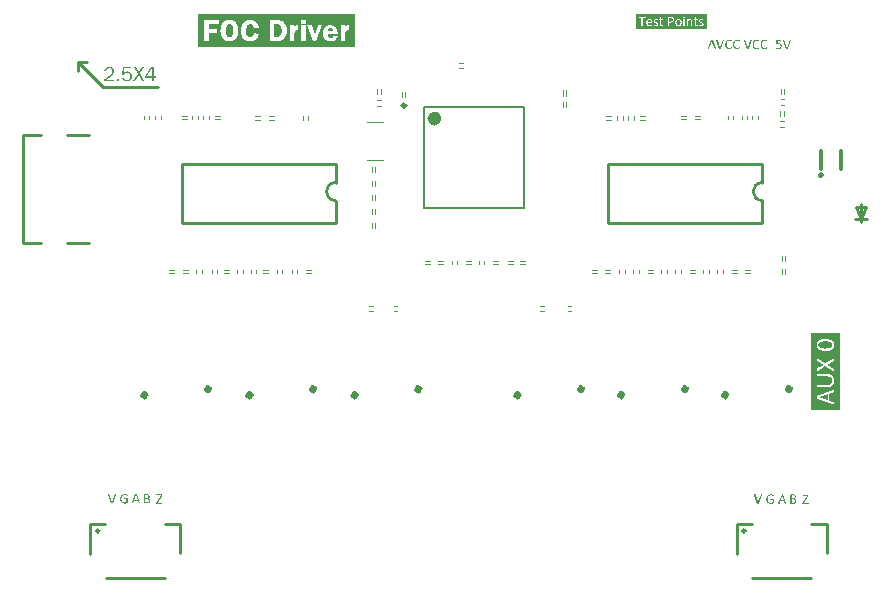
<source format=gto>
G04 Layer_Color=65535*
%FSLAX25Y25*%
%MOIN*%
G70*
G01*
G75*
%ADD31C,0.01000*%
%ADD32C,0.02000*%
%ADD63C,0.01968*%
%ADD64C,0.02362*%
%ADD65C,0.01181*%
%ADD66C,0.00394*%
%ADD67C,0.00492*%
%ADD68C,0.00787*%
%ADD69C,0.01300*%
G36*
X35466Y-152455D02*
X35499Y-152466D01*
X35527Y-152488D01*
X35532Y-152494D01*
X35549Y-152516D01*
X35560Y-152555D01*
X35566Y-152605D01*
Y-152694D01*
Y-152699D01*
Y-152716D01*
Y-152738D01*
X35560Y-152766D01*
Y-152771D01*
Y-152783D01*
X35555Y-152805D01*
X35543Y-152827D01*
Y-152832D01*
X35538Y-152844D01*
X35527Y-152866D01*
X35510Y-152894D01*
X35505Y-152899D01*
X35499Y-152916D01*
X35482Y-152944D01*
X35460Y-152977D01*
X34034Y-155202D01*
X35555D01*
X35571Y-155208D01*
X35593Y-155219D01*
X35610Y-155247D01*
X35616Y-155252D01*
X35621Y-155280D01*
X35627Y-155319D01*
X35632Y-155380D01*
Y-155385D01*
Y-155408D01*
Y-155430D01*
X35627Y-155458D01*
Y-155463D01*
Y-155474D01*
X35616Y-155513D01*
Y-155519D01*
X35610Y-155524D01*
X35588Y-155546D01*
X35577D01*
X35549Y-155552D01*
X33706D01*
X33684Y-155546D01*
X33651Y-155535D01*
X33618Y-155519D01*
X33612Y-155513D01*
X33601Y-155485D01*
X33584Y-155447D01*
X33579Y-155391D01*
Y-155302D01*
Y-155297D01*
Y-155286D01*
Y-155247D01*
Y-155241D01*
X33584Y-155230D01*
X33595Y-155191D01*
X33601Y-155186D01*
X33606Y-155169D01*
X33618Y-155147D01*
X33629Y-155125D01*
X33634Y-155119D01*
X33645Y-155097D01*
X33662Y-155069D01*
X33684Y-155036D01*
X35116Y-152794D01*
X33690D01*
X33662Y-152788D01*
X33651Y-152783D01*
X33634Y-152760D01*
Y-152755D01*
X33629Y-152744D01*
X33623Y-152727D01*
X33618Y-152705D01*
Y-152699D01*
Y-152683D01*
X33612Y-152661D01*
Y-152627D01*
Y-152622D01*
Y-152599D01*
Y-152577D01*
X33618Y-152550D01*
Y-152544D01*
X33623Y-152527D01*
X33634Y-152494D01*
Y-152488D01*
X33640Y-152483D01*
X33662Y-152461D01*
X33667D01*
X33673Y-152455D01*
X33701Y-152450D01*
X35438D01*
X35466Y-152455D01*
D02*
G37*
G36*
X250866Y-152555D02*
X250899Y-152566D01*
X250927Y-152588D01*
X250932Y-152594D01*
X250949Y-152616D01*
X250960Y-152655D01*
X250966Y-152705D01*
Y-152794D01*
Y-152799D01*
Y-152816D01*
Y-152838D01*
X250960Y-152866D01*
Y-152872D01*
Y-152883D01*
X250955Y-152905D01*
X250943Y-152927D01*
Y-152933D01*
X250938Y-152944D01*
X250927Y-152966D01*
X250910Y-152994D01*
X250905Y-152999D01*
X250899Y-153016D01*
X250882Y-153043D01*
X250860Y-153077D01*
X249434Y-155302D01*
X250955D01*
X250971Y-155308D01*
X250993Y-155319D01*
X251010Y-155347D01*
X251016Y-155352D01*
X251021Y-155380D01*
X251027Y-155419D01*
X251032Y-155480D01*
Y-155485D01*
Y-155508D01*
Y-155530D01*
X251027Y-155558D01*
Y-155563D01*
Y-155574D01*
X251016Y-155613D01*
Y-155619D01*
X251010Y-155624D01*
X250988Y-155647D01*
X250977D01*
X250949Y-155652D01*
X249106D01*
X249084Y-155647D01*
X249051Y-155635D01*
X249018Y-155619D01*
X249012Y-155613D01*
X249001Y-155585D01*
X248984Y-155547D01*
X248979Y-155491D01*
Y-155402D01*
Y-155397D01*
Y-155386D01*
Y-155347D01*
Y-155341D01*
X248984Y-155330D01*
X248995Y-155291D01*
X249001Y-155286D01*
X249007Y-155269D01*
X249018Y-155247D01*
X249029Y-155225D01*
X249034Y-155219D01*
X249045Y-155197D01*
X249062Y-155169D01*
X249084Y-155136D01*
X250516Y-152894D01*
X249090D01*
X249062Y-152888D01*
X249051Y-152883D01*
X249034Y-152860D01*
Y-152855D01*
X249029Y-152844D01*
X249023Y-152827D01*
X249018Y-152805D01*
Y-152799D01*
Y-152783D01*
X249012Y-152761D01*
Y-152727D01*
Y-152722D01*
Y-152699D01*
Y-152677D01*
X249018Y-152649D01*
Y-152644D01*
X249023Y-152627D01*
X249034Y-152594D01*
Y-152588D01*
X249040Y-152583D01*
X249062Y-152561D01*
X249067D01*
X249073Y-152555D01*
X249101Y-152550D01*
X250838D01*
X250866Y-152555D01*
D02*
G37*
G36*
X30595Y-152355D02*
X30667Y-152361D01*
X30745Y-152372D01*
X30817Y-152388D01*
X30889Y-152405D01*
X30895D01*
X30917Y-152416D01*
X30950Y-152427D01*
X30995Y-152444D01*
X31089Y-152494D01*
X31139Y-152527D01*
X31183Y-152560D01*
X31189Y-152566D01*
X31205Y-152577D01*
X31228Y-152599D01*
X31250Y-152627D01*
X31283Y-152666D01*
X31311Y-152710D01*
X31339Y-152755D01*
X31367Y-152810D01*
X31372Y-152816D01*
X31378Y-152838D01*
X31389Y-152866D01*
X31400Y-152905D01*
X31411Y-152954D01*
X31416Y-153010D01*
X31427Y-153071D01*
Y-153138D01*
Y-153143D01*
Y-153154D01*
Y-153176D01*
X31422Y-153204D01*
X31416Y-153271D01*
X31400Y-153349D01*
Y-153354D01*
X31394Y-153365D01*
X31389Y-153387D01*
X31378Y-153410D01*
X31355Y-153471D01*
X31317Y-153537D01*
Y-153543D01*
X31305Y-153548D01*
X31283Y-153587D01*
X31244Y-153637D01*
X31189Y-153687D01*
X31183D01*
X31178Y-153698D01*
X31161Y-153709D01*
X31139Y-153726D01*
X31083Y-153759D01*
X31011Y-153798D01*
X31017D01*
X31034Y-153804D01*
X31056Y-153809D01*
X31089Y-153815D01*
X31167Y-153842D01*
X31250Y-153887D01*
X31255D01*
X31267Y-153898D01*
X31289Y-153909D01*
X31317Y-153931D01*
X31378Y-153981D01*
X31439Y-154048D01*
X31444Y-154053D01*
X31455Y-154065D01*
X31466Y-154087D01*
X31489Y-154114D01*
X31505Y-154148D01*
X31527Y-154187D01*
X31572Y-154281D01*
Y-154287D01*
X31577Y-154303D01*
X31589Y-154331D01*
X31600Y-154364D01*
X31605Y-154409D01*
X31616Y-154453D01*
X31622Y-154564D01*
Y-154570D01*
Y-154592D01*
Y-154620D01*
X31616Y-154653D01*
X31611Y-154697D01*
X31605Y-154742D01*
X31583Y-154836D01*
Y-154841D01*
X31577Y-154858D01*
X31566Y-154880D01*
X31555Y-154908D01*
X31522Y-154980D01*
X31477Y-155058D01*
X31472Y-155063D01*
X31466Y-155075D01*
X31450Y-155091D01*
X31433Y-155119D01*
X31383Y-155175D01*
X31317Y-155230D01*
X31311Y-155236D01*
X31300Y-155241D01*
X31278Y-155258D01*
X31255Y-155274D01*
X31222Y-155291D01*
X31183Y-155313D01*
X31100Y-155352D01*
X31095D01*
X31078Y-155358D01*
X31056Y-155369D01*
X31022Y-155380D01*
X30989Y-155391D01*
X30945Y-155408D01*
X30845Y-155430D01*
X30839D01*
X30823Y-155435D01*
X30795D01*
X30756Y-155441D01*
X30712Y-155447D01*
X30656D01*
X30601Y-155452D01*
X29713D01*
X29690Y-155447D01*
X29657Y-155435D01*
X29618Y-155419D01*
X29613Y-155413D01*
X29596Y-155385D01*
X29579Y-155347D01*
X29574Y-155286D01*
Y-152522D01*
Y-152516D01*
Y-152505D01*
X29579Y-152472D01*
X29590Y-152427D01*
X29618Y-152388D01*
X29629Y-152383D01*
X29651Y-152366D01*
X29685Y-152355D01*
X29724Y-152350D01*
X30534D01*
X30595Y-152355D01*
D02*
G37*
G36*
X23212Y-152311D02*
X23262D01*
X23318Y-152316D01*
X23434Y-152339D01*
X23440D01*
X23462Y-152344D01*
X23490Y-152350D01*
X23529Y-152361D01*
X23573Y-152372D01*
X23618Y-152383D01*
X23712Y-152416D01*
X23717D01*
X23734Y-152422D01*
X23756Y-152433D01*
X23784Y-152444D01*
X23851Y-152472D01*
X23917Y-152505D01*
X23923D01*
X23928Y-152510D01*
X23962Y-152533D01*
X24001Y-152560D01*
X24028Y-152588D01*
X24034Y-152594D01*
X24045Y-152605D01*
X24061Y-152633D01*
X24073Y-152660D01*
X24078Y-152666D01*
X24084Y-152688D01*
X24089Y-152727D01*
Y-152777D01*
Y-152782D01*
Y-152805D01*
Y-152832D01*
X24084Y-152860D01*
Y-152866D01*
X24078Y-152877D01*
X24067Y-152916D01*
Y-152921D01*
X24061Y-152927D01*
X24039Y-152949D01*
X24034D01*
X24012Y-152954D01*
X24006D01*
X23989Y-152949D01*
X23962Y-152938D01*
X23917Y-152910D01*
X23912D01*
X23906Y-152905D01*
X23889Y-152893D01*
X23867Y-152882D01*
X23812Y-152849D01*
X23734Y-152810D01*
X23729D01*
X23712Y-152799D01*
X23690Y-152788D01*
X23656Y-152777D01*
X23618Y-152760D01*
X23573Y-152744D01*
X23518Y-152727D01*
X23462Y-152710D01*
X23457D01*
X23434Y-152705D01*
X23401Y-152694D01*
X23357Y-152683D01*
X23307Y-152677D01*
X23240Y-152666D01*
X23174Y-152660D01*
X23051D01*
X23001Y-152666D01*
X22940Y-152672D01*
X22868Y-152683D01*
X22791Y-152699D01*
X22707Y-152721D01*
X22630Y-152755D01*
X22618Y-152760D01*
X22596Y-152771D01*
X22558Y-152794D01*
X22513Y-152821D01*
X22458Y-152860D01*
X22402Y-152905D01*
X22341Y-152954D01*
X22286Y-153016D01*
X22280Y-153021D01*
X22263Y-153043D01*
X22236Y-153082D01*
X22208Y-153127D01*
X22174Y-153182D01*
X22136Y-153254D01*
X22102Y-153326D01*
X22069Y-153410D01*
X22063Y-153421D01*
X22058Y-153448D01*
X22047Y-153493D01*
X22036Y-153554D01*
X22019Y-153632D01*
X22008Y-153715D01*
X22003Y-153804D01*
X21997Y-153904D01*
Y-153909D01*
Y-153915D01*
Y-153931D01*
Y-153954D01*
X22003Y-154009D01*
X22008Y-154081D01*
X22014Y-154159D01*
X22030Y-154248D01*
X22047Y-154342D01*
X22075Y-154431D01*
X22080Y-154442D01*
X22091Y-154470D01*
X22108Y-154508D01*
X22136Y-154564D01*
X22169Y-154625D01*
X22208Y-154692D01*
X22252Y-154758D01*
X22302Y-154819D01*
X22308Y-154825D01*
X22330Y-154847D01*
X22358Y-154875D01*
X22402Y-154908D01*
X22452Y-154947D01*
X22513Y-154986D01*
X22580Y-155025D01*
X22652Y-155058D01*
X22663Y-155063D01*
X22691Y-155069D01*
X22729Y-155080D01*
X22785Y-155097D01*
X22852Y-155113D01*
X22929Y-155125D01*
X23013Y-155130D01*
X23101Y-155136D01*
X23157D01*
X23190Y-155130D01*
X23235D01*
X23284Y-155119D01*
X23395Y-155102D01*
X23401D01*
X23423Y-155097D01*
X23451Y-155086D01*
X23484Y-155075D01*
X23529Y-155063D01*
X23579Y-155041D01*
X23673Y-154997D01*
Y-154092D01*
X22940D01*
X22924Y-154087D01*
X22902Y-154076D01*
X22885Y-154053D01*
Y-154048D01*
X22879Y-154020D01*
X22874Y-153981D01*
X22868Y-153926D01*
Y-153920D01*
Y-153898D01*
Y-153876D01*
Y-153848D01*
Y-153842D01*
X22874Y-153831D01*
X22879Y-153815D01*
X22885Y-153798D01*
Y-153793D01*
X22891Y-153787D01*
X22907Y-153765D01*
X22913D01*
X22918Y-153759D01*
X22946Y-153754D01*
X23950D01*
X23984Y-153765D01*
X23989D01*
X24001Y-153770D01*
X24034Y-153798D01*
X24039Y-153804D01*
X24045Y-153809D01*
X24056Y-153826D01*
X24067Y-153848D01*
X24073Y-153854D01*
X24078Y-153870D01*
X24084Y-153893D01*
Y-153926D01*
Y-155108D01*
Y-155119D01*
Y-155147D01*
X24073Y-155180D01*
X24061Y-155219D01*
X24056Y-155225D01*
X24039Y-155247D01*
X24012Y-155269D01*
X23967Y-155297D01*
X23962D01*
X23956Y-155302D01*
X23939Y-155308D01*
X23923Y-155319D01*
X23862Y-155341D01*
X23790Y-155374D01*
X23784D01*
X23773Y-155380D01*
X23751Y-155385D01*
X23717Y-155396D01*
X23684Y-155408D01*
X23645Y-155419D01*
X23557Y-155441D01*
X23551D01*
X23534Y-155447D01*
X23512D01*
X23484Y-155452D01*
X23446Y-155458D01*
X23407Y-155469D01*
X23318Y-155480D01*
X23296D01*
X23273Y-155485D01*
X23246D01*
X23168Y-155491D01*
X23085Y-155496D01*
X23024D01*
X22990Y-155491D01*
X22957D01*
X22868Y-155480D01*
X22768Y-155469D01*
X22663Y-155452D01*
X22552Y-155424D01*
X22441Y-155385D01*
X22435D01*
X22430Y-155380D01*
X22397Y-155363D01*
X22341Y-155341D01*
X22274Y-155302D01*
X22202Y-155258D01*
X22119Y-155202D01*
X22041Y-155141D01*
X21964Y-155069D01*
X21952Y-155058D01*
X21930Y-155030D01*
X21897Y-154991D01*
X21853Y-154930D01*
X21803Y-154858D01*
X21753Y-154775D01*
X21708Y-154681D01*
X21664Y-154575D01*
Y-154570D01*
X21658Y-154564D01*
X21653Y-154547D01*
X21647Y-154525D01*
X21631Y-154464D01*
X21614Y-154386D01*
X21597Y-154292D01*
X21581Y-154181D01*
X21570Y-154059D01*
X21564Y-153931D01*
Y-153926D01*
Y-153915D01*
Y-153898D01*
Y-153870D01*
X21570Y-153837D01*
Y-153798D01*
X21581Y-153709D01*
X21592Y-153609D01*
X21608Y-153493D01*
X21636Y-153382D01*
X21675Y-153265D01*
Y-153260D01*
X21681Y-153254D01*
X21686Y-153238D01*
X21697Y-153215D01*
X21719Y-153160D01*
X21758Y-153088D01*
X21797Y-153010D01*
X21853Y-152921D01*
X21914Y-152838D01*
X21986Y-152755D01*
X21997Y-152744D01*
X22025Y-152721D01*
X22063Y-152683D01*
X22125Y-152633D01*
X22197Y-152577D01*
X22280Y-152522D01*
X22374Y-152472D01*
X22474Y-152422D01*
X22480D01*
X22485Y-152416D01*
X22502Y-152411D01*
X22524Y-152405D01*
X22580Y-152383D01*
X22657Y-152361D01*
X22752Y-152344D01*
X22857Y-152322D01*
X22974Y-152311D01*
X23101Y-152305D01*
X23168D01*
X23212Y-152311D01*
D02*
G37*
G36*
X27023Y-152339D02*
X27034D01*
X27051Y-152344D01*
X27079Y-152350D01*
X27101Y-152355D01*
X27106D01*
X27117Y-152361D01*
X27134Y-152366D01*
X27151Y-152383D01*
X27156D01*
X27162Y-152394D01*
X27178Y-152422D01*
X28222Y-155308D01*
X28227Y-155319D01*
X28233Y-155341D01*
X28238Y-155369D01*
Y-155396D01*
Y-155402D01*
Y-155413D01*
X28233Y-155430D01*
X28222Y-155447D01*
X28216D01*
X28211Y-155452D01*
X28188Y-155458D01*
X28161Y-155463D01*
X28128D01*
X28089Y-155469D01*
X27961D01*
X27922Y-155463D01*
X27917D01*
X27900Y-155458D01*
X27878D01*
X27856Y-155452D01*
X27850D01*
X27844Y-155447D01*
X27822Y-155435D01*
Y-155430D01*
X27817Y-155424D01*
X27800Y-155396D01*
X27534Y-154636D01*
X26241D01*
X25991Y-155385D01*
Y-155391D01*
X25985Y-155396D01*
X25969Y-155424D01*
X25963Y-155435D01*
X25935Y-155452D01*
X25930D01*
X25919Y-155458D01*
X25896D01*
X25869Y-155463D01*
X25841D01*
X25808Y-155469D01*
X25724D01*
X25686Y-155463D01*
X25647Y-155458D01*
X25641D01*
X25624Y-155452D01*
X25602Y-155447D01*
X25586Y-155441D01*
Y-155435D01*
X25580Y-155430D01*
X25574Y-155413D01*
X25569Y-155396D01*
Y-155391D01*
X25574Y-155374D01*
X25580Y-155347D01*
X25591Y-155308D01*
X26629Y-152422D01*
Y-152416D01*
X26634Y-152405D01*
X26651Y-152377D01*
X26657Y-152372D01*
X26662Y-152366D01*
X26696Y-152355D01*
X26701D01*
X26718Y-152350D01*
X26740Y-152344D01*
X26773Y-152339D01*
X26784D01*
X26807Y-152333D01*
X26984D01*
X27023Y-152339D01*
D02*
G37*
G36*
X235479Y-152438D02*
X235490D01*
X235523Y-152444D01*
X235545Y-152450D01*
X235557Y-152455D01*
X235562Y-152461D01*
X235573Y-152477D01*
X235579Y-152494D01*
Y-152505D01*
Y-152511D01*
X235573Y-152538D01*
X235568Y-152566D01*
X235562Y-152583D01*
X235557Y-152594D01*
X234546Y-155480D01*
X234535Y-155508D01*
X234530Y-155513D01*
Y-155519D01*
X234513Y-155535D01*
X234508Y-155541D01*
X234485Y-155546D01*
X234474Y-155552D01*
X234441D01*
X234430Y-155558D01*
X234424D01*
X234397Y-155563D01*
X234352D01*
X234324Y-155569D01*
X234213D01*
X234180Y-155563D01*
X234147D01*
X234114Y-155558D01*
X234091D01*
X234075Y-155552D01*
X234069D01*
X234047Y-155546D01*
X234030Y-155541D01*
X234025Y-155530D01*
X234019D01*
X233997Y-155502D01*
X233991Y-155491D01*
Y-155485D01*
X232981Y-152599D01*
X232970Y-152561D01*
X232959Y-152538D01*
Y-152522D01*
Y-152516D01*
Y-152494D01*
X232965Y-152477D01*
X232970Y-152472D01*
Y-152466D01*
X232987Y-152455D01*
X233009Y-152450D01*
X233026Y-152444D01*
X233031D01*
X233065Y-152438D01*
X233103Y-152433D01*
X233231D01*
X233259Y-152438D01*
X233264D01*
X233292Y-152444D01*
X233314Y-152450D01*
X233325Y-152455D01*
X233331D01*
X233353Y-152466D01*
X233364Y-152472D01*
Y-152477D01*
X233370Y-152505D01*
X233375Y-152516D01*
Y-152522D01*
X234241Y-155130D01*
X234247D01*
X235140Y-152516D01*
X235157Y-152488D01*
X235162Y-152477D01*
X235168Y-152466D01*
X235179Y-152461D01*
X235185Y-152455D01*
X235190D01*
X235207Y-152450D01*
X235229Y-152444D01*
X235246Y-152438D01*
X235251D01*
X235285Y-152433D01*
X235457D01*
X235479Y-152438D01*
D02*
G37*
G36*
X261560Y-124452D02*
X251707D01*
Y-98646D01*
X261560D01*
Y-124452D01*
D02*
G37*
G36*
X238612Y-152411D02*
X238662D01*
X238718Y-152416D01*
X238834Y-152438D01*
X238840D01*
X238862Y-152444D01*
X238890Y-152450D01*
X238929Y-152461D01*
X238973Y-152472D01*
X239018Y-152483D01*
X239112Y-152516D01*
X239117D01*
X239134Y-152522D01*
X239156Y-152533D01*
X239184Y-152544D01*
X239251Y-152572D01*
X239317Y-152605D01*
X239323D01*
X239328Y-152611D01*
X239362Y-152633D01*
X239401Y-152661D01*
X239428Y-152688D01*
X239434Y-152694D01*
X239445Y-152705D01*
X239461Y-152733D01*
X239473Y-152760D01*
X239478Y-152766D01*
X239484Y-152788D01*
X239489Y-152827D01*
Y-152877D01*
Y-152883D01*
Y-152905D01*
Y-152932D01*
X239484Y-152960D01*
Y-152966D01*
X239478Y-152977D01*
X239467Y-153016D01*
Y-153021D01*
X239461Y-153027D01*
X239439Y-153049D01*
X239434D01*
X239412Y-153054D01*
X239406D01*
X239389Y-153049D01*
X239362Y-153038D01*
X239317Y-153010D01*
X239312D01*
X239306Y-153005D01*
X239289Y-152994D01*
X239267Y-152982D01*
X239212Y-152949D01*
X239134Y-152910D01*
X239128D01*
X239112Y-152899D01*
X239090Y-152888D01*
X239056Y-152877D01*
X239018Y-152860D01*
X238973Y-152844D01*
X238918Y-152827D01*
X238862Y-152810D01*
X238857D01*
X238834Y-152805D01*
X238801Y-152794D01*
X238757Y-152783D01*
X238707Y-152777D01*
X238640Y-152766D01*
X238574Y-152760D01*
X238451D01*
X238402Y-152766D01*
X238340Y-152771D01*
X238268Y-152783D01*
X238191Y-152799D01*
X238107Y-152821D01*
X238030Y-152855D01*
X238018Y-152860D01*
X237996Y-152871D01*
X237958Y-152894D01*
X237913Y-152921D01*
X237858Y-152960D01*
X237802Y-153005D01*
X237741Y-153054D01*
X237685Y-153116D01*
X237680Y-153121D01*
X237663Y-153143D01*
X237636Y-153182D01*
X237608Y-153227D01*
X237575Y-153282D01*
X237536Y-153354D01*
X237502Y-153426D01*
X237469Y-153510D01*
X237463Y-153521D01*
X237458Y-153549D01*
X237447Y-153593D01*
X237436Y-153654D01*
X237419Y-153732D01*
X237408Y-153815D01*
X237403Y-153904D01*
X237397Y-154004D01*
Y-154009D01*
Y-154015D01*
Y-154031D01*
Y-154053D01*
X237403Y-154109D01*
X237408Y-154181D01*
X237414Y-154259D01*
X237430Y-154348D01*
X237447Y-154442D01*
X237475Y-154531D01*
X237480Y-154542D01*
X237491Y-154570D01*
X237508Y-154609D01*
X237536Y-154664D01*
X237569Y-154725D01*
X237608Y-154792D01*
X237652Y-154858D01*
X237702Y-154919D01*
X237708Y-154925D01*
X237730Y-154947D01*
X237758Y-154975D01*
X237802Y-155008D01*
X237852Y-155047D01*
X237913Y-155086D01*
X237980Y-155125D01*
X238052Y-155158D01*
X238063Y-155164D01*
X238091Y-155169D01*
X238129Y-155180D01*
X238185Y-155197D01*
X238252Y-155213D01*
X238329Y-155225D01*
X238413Y-155230D01*
X238501Y-155236D01*
X238557D01*
X238590Y-155230D01*
X238635D01*
X238685Y-155219D01*
X238795Y-155202D01*
X238801D01*
X238823Y-155197D01*
X238851Y-155186D01*
X238884Y-155175D01*
X238929Y-155164D01*
X238979Y-155141D01*
X239073Y-155097D01*
Y-154192D01*
X238340D01*
X238324Y-154187D01*
X238302Y-154176D01*
X238285Y-154153D01*
Y-154148D01*
X238279Y-154120D01*
X238274Y-154081D01*
X238268Y-154026D01*
Y-154020D01*
Y-153998D01*
Y-153976D01*
Y-153948D01*
Y-153943D01*
X238274Y-153931D01*
X238279Y-153915D01*
X238285Y-153898D01*
Y-153893D01*
X238291Y-153887D01*
X238307Y-153865D01*
X238313D01*
X238318Y-153859D01*
X238346Y-153854D01*
X239351D01*
X239384Y-153865D01*
X239389D01*
X239401Y-153870D01*
X239434Y-153898D01*
X239439Y-153904D01*
X239445Y-153909D01*
X239456Y-153926D01*
X239467Y-153948D01*
X239473Y-153954D01*
X239478Y-153970D01*
X239484Y-153992D01*
Y-154026D01*
Y-155208D01*
Y-155219D01*
Y-155247D01*
X239473Y-155280D01*
X239461Y-155319D01*
X239456Y-155324D01*
X239439Y-155347D01*
X239412Y-155369D01*
X239367Y-155397D01*
X239362D01*
X239356Y-155402D01*
X239339Y-155408D01*
X239323Y-155419D01*
X239262Y-155441D01*
X239190Y-155474D01*
X239184D01*
X239173Y-155480D01*
X239151Y-155485D01*
X239117Y-155497D01*
X239084Y-155508D01*
X239045Y-155519D01*
X238956Y-155541D01*
X238951D01*
X238934Y-155546D01*
X238912D01*
X238884Y-155552D01*
X238845Y-155558D01*
X238807Y-155569D01*
X238718Y-155580D01*
X238696D01*
X238673Y-155585D01*
X238646D01*
X238568Y-155591D01*
X238485Y-155596D01*
X238424D01*
X238390Y-155591D01*
X238357D01*
X238268Y-155580D01*
X238168Y-155569D01*
X238063Y-155552D01*
X237952Y-155524D01*
X237841Y-155485D01*
X237835D01*
X237830Y-155480D01*
X237796Y-155463D01*
X237741Y-155441D01*
X237674Y-155402D01*
X237602Y-155358D01*
X237519Y-155302D01*
X237441Y-155241D01*
X237364Y-155169D01*
X237352Y-155158D01*
X237330Y-155130D01*
X237297Y-155091D01*
X237253Y-155030D01*
X237203Y-154958D01*
X237153Y-154875D01*
X237108Y-154781D01*
X237064Y-154675D01*
Y-154670D01*
X237058Y-154664D01*
X237053Y-154647D01*
X237047Y-154625D01*
X237031Y-154564D01*
X237014Y-154486D01*
X236997Y-154392D01*
X236981Y-154281D01*
X236970Y-154159D01*
X236964Y-154031D01*
Y-154026D01*
Y-154015D01*
Y-153998D01*
Y-153970D01*
X236970Y-153937D01*
Y-153898D01*
X236981Y-153809D01*
X236992Y-153709D01*
X237008Y-153593D01*
X237036Y-153482D01*
X237075Y-153365D01*
Y-153360D01*
X237081Y-153354D01*
X237086Y-153338D01*
X237097Y-153315D01*
X237119Y-153260D01*
X237158Y-153188D01*
X237197Y-153110D01*
X237253Y-153021D01*
X237314Y-152938D01*
X237386Y-152855D01*
X237397Y-152844D01*
X237425Y-152821D01*
X237463Y-152783D01*
X237525Y-152733D01*
X237597Y-152677D01*
X237680Y-152622D01*
X237774Y-152572D01*
X237874Y-152522D01*
X237880D01*
X237885Y-152516D01*
X237902Y-152511D01*
X237924Y-152505D01*
X237980Y-152483D01*
X238057Y-152461D01*
X238152Y-152444D01*
X238257Y-152422D01*
X238374Y-152411D01*
X238501Y-152405D01*
X238568D01*
X238612Y-152411D01*
D02*
G37*
G36*
X245995Y-152455D02*
X246067Y-152461D01*
X246145Y-152472D01*
X246217Y-152488D01*
X246289Y-152505D01*
X246295D01*
X246317Y-152516D01*
X246350Y-152527D01*
X246395Y-152544D01*
X246489Y-152594D01*
X246539Y-152627D01*
X246583Y-152661D01*
X246589Y-152666D01*
X246605Y-152677D01*
X246628Y-152699D01*
X246650Y-152727D01*
X246683Y-152766D01*
X246711Y-152810D01*
X246739Y-152855D01*
X246766Y-152910D01*
X246772Y-152916D01*
X246778Y-152938D01*
X246789Y-152966D01*
X246800Y-153005D01*
X246811Y-153054D01*
X246816Y-153110D01*
X246828Y-153171D01*
Y-153238D01*
Y-153243D01*
Y-153254D01*
Y-153277D01*
X246822Y-153304D01*
X246816Y-153371D01*
X246800Y-153449D01*
Y-153454D01*
X246794Y-153465D01*
X246789Y-153487D01*
X246778Y-153510D01*
X246755Y-153571D01*
X246716Y-153637D01*
Y-153643D01*
X246705Y-153648D01*
X246683Y-153687D01*
X246644Y-153737D01*
X246589Y-153787D01*
X246583D01*
X246578Y-153798D01*
X246561Y-153809D01*
X246539Y-153826D01*
X246483Y-153859D01*
X246411Y-153898D01*
X246417D01*
X246433Y-153904D01*
X246456Y-153909D01*
X246489Y-153915D01*
X246567Y-153943D01*
X246650Y-153987D01*
X246656D01*
X246667Y-153998D01*
X246689Y-154009D01*
X246716Y-154031D01*
X246778Y-154081D01*
X246839Y-154148D01*
X246844Y-154153D01*
X246855Y-154165D01*
X246866Y-154187D01*
X246889Y-154215D01*
X246905Y-154248D01*
X246927Y-154287D01*
X246972Y-154381D01*
Y-154386D01*
X246977Y-154403D01*
X246989Y-154431D01*
X247000Y-154464D01*
X247005Y-154509D01*
X247016Y-154553D01*
X247022Y-154664D01*
Y-154670D01*
Y-154692D01*
Y-154719D01*
X247016Y-154753D01*
X247011Y-154797D01*
X247005Y-154842D01*
X246983Y-154936D01*
Y-154941D01*
X246977Y-154958D01*
X246966Y-154980D01*
X246955Y-155008D01*
X246922Y-155080D01*
X246878Y-155158D01*
X246872Y-155164D01*
X246866Y-155175D01*
X246850Y-155191D01*
X246833Y-155219D01*
X246783Y-155274D01*
X246716Y-155330D01*
X246711Y-155336D01*
X246700Y-155341D01*
X246678Y-155358D01*
X246656Y-155374D01*
X246622Y-155391D01*
X246583Y-155413D01*
X246500Y-155452D01*
X246495D01*
X246478Y-155458D01*
X246456Y-155469D01*
X246422Y-155480D01*
X246389Y-155491D01*
X246345Y-155508D01*
X246245Y-155530D01*
X246239D01*
X246223Y-155535D01*
X246195D01*
X246156Y-155541D01*
X246112Y-155546D01*
X246056D01*
X246001Y-155552D01*
X245113D01*
X245090Y-155546D01*
X245057Y-155535D01*
X245018Y-155519D01*
X245013Y-155513D01*
X244996Y-155485D01*
X244979Y-155447D01*
X244974Y-155385D01*
Y-152622D01*
Y-152616D01*
Y-152605D01*
X244979Y-152572D01*
X244990Y-152527D01*
X245018Y-152488D01*
X245029Y-152483D01*
X245052Y-152466D01*
X245085Y-152455D01*
X245124Y-152450D01*
X245934D01*
X245995Y-152455D01*
D02*
G37*
G36*
X242423Y-152438D02*
X242434D01*
X242451Y-152444D01*
X242478Y-152450D01*
X242501Y-152455D01*
X242506D01*
X242517Y-152461D01*
X242534Y-152466D01*
X242551Y-152483D01*
X242556D01*
X242562Y-152494D01*
X242578Y-152522D01*
X243622Y-155408D01*
X243627Y-155419D01*
X243633Y-155441D01*
X243638Y-155469D01*
Y-155497D01*
Y-155502D01*
Y-155513D01*
X243633Y-155530D01*
X243622Y-155546D01*
X243616D01*
X243611Y-155552D01*
X243588Y-155558D01*
X243561Y-155563D01*
X243528D01*
X243489Y-155569D01*
X243361D01*
X243322Y-155563D01*
X243317D01*
X243300Y-155558D01*
X243278D01*
X243255Y-155552D01*
X243250D01*
X243244Y-155546D01*
X243222Y-155535D01*
Y-155530D01*
X243217Y-155524D01*
X243200Y-155497D01*
X242934Y-154736D01*
X241640D01*
X241391Y-155485D01*
Y-155491D01*
X241385Y-155497D01*
X241369Y-155524D01*
X241363Y-155535D01*
X241335Y-155552D01*
X241330D01*
X241319Y-155558D01*
X241296D01*
X241269Y-155563D01*
X241241D01*
X241208Y-155569D01*
X241124D01*
X241086Y-155563D01*
X241047Y-155558D01*
X241041D01*
X241024Y-155552D01*
X241002Y-155546D01*
X240986Y-155541D01*
Y-155535D01*
X240980Y-155530D01*
X240974Y-155513D01*
X240969Y-155497D01*
Y-155491D01*
X240974Y-155474D01*
X240980Y-155447D01*
X240991Y-155408D01*
X242029Y-152522D01*
Y-152516D01*
X242035Y-152505D01*
X242051Y-152477D01*
X242057Y-152472D01*
X242062Y-152466D01*
X242096Y-152455D01*
X242101D01*
X242118Y-152450D01*
X242140Y-152444D01*
X242173Y-152438D01*
X242184D01*
X242207Y-152433D01*
X242384D01*
X242423Y-152438D01*
D02*
G37*
G36*
X20079Y-152339D02*
X20090D01*
X20123Y-152344D01*
X20145Y-152350D01*
X20156Y-152355D01*
X20162Y-152361D01*
X20173Y-152377D01*
X20179Y-152394D01*
Y-152405D01*
Y-152411D01*
X20173Y-152438D01*
X20168Y-152466D01*
X20162Y-152483D01*
X20156Y-152494D01*
X19146Y-155380D01*
X19135Y-155408D01*
X19130Y-155413D01*
Y-155419D01*
X19113Y-155435D01*
X19108Y-155441D01*
X19085Y-155447D01*
X19074Y-155452D01*
X19041D01*
X19030Y-155458D01*
X19024D01*
X18997Y-155463D01*
X18952D01*
X18924Y-155469D01*
X18813D01*
X18780Y-155463D01*
X18747D01*
X18713Y-155458D01*
X18691D01*
X18675Y-155452D01*
X18669D01*
X18647Y-155447D01*
X18630Y-155441D01*
X18625Y-155430D01*
X18619D01*
X18597Y-155402D01*
X18591Y-155391D01*
Y-155385D01*
X17581Y-152499D01*
X17570Y-152461D01*
X17559Y-152438D01*
Y-152422D01*
Y-152416D01*
Y-152394D01*
X17565Y-152377D01*
X17570Y-152372D01*
Y-152366D01*
X17587Y-152355D01*
X17609Y-152350D01*
X17626Y-152344D01*
X17631D01*
X17665Y-152339D01*
X17703Y-152333D01*
X17831D01*
X17859Y-152339D01*
X17864D01*
X17892Y-152344D01*
X17914Y-152350D01*
X17925Y-152355D01*
X17931D01*
X17953Y-152366D01*
X17964Y-152372D01*
Y-152377D01*
X17970Y-152405D01*
X17975Y-152416D01*
Y-152422D01*
X18841Y-155030D01*
X18847D01*
X19740Y-152416D01*
X19757Y-152388D01*
X19762Y-152377D01*
X19768Y-152366D01*
X19779Y-152361D01*
X19785Y-152355D01*
X19790D01*
X19807Y-152350D01*
X19829Y-152344D01*
X19846Y-152339D01*
X19851D01*
X19885Y-152333D01*
X20057D01*
X20079Y-152339D01*
D02*
G37*
G36*
X233869Y-816D02*
X233908D01*
X233952Y-822D01*
X234046Y-838D01*
X234052D01*
X234069Y-844D01*
X234091Y-850D01*
X234124Y-855D01*
X234196Y-877D01*
X234279Y-905D01*
X234285D01*
X234296Y-911D01*
X234318Y-922D01*
X234346Y-933D01*
X234407Y-961D01*
X234474Y-994D01*
X234479D01*
X234485Y-999D01*
X234518Y-1022D01*
X234557Y-1049D01*
X234590Y-1077D01*
X234596Y-1083D01*
X234607Y-1094D01*
X234624Y-1110D01*
X234629Y-1127D01*
X234635Y-1138D01*
X234646Y-1166D01*
Y-1171D01*
X234651Y-1183D01*
Y-1199D01*
X234657Y-1221D01*
Y-1227D01*
X234662Y-1238D01*
Y-1266D01*
Y-1294D01*
Y-1299D01*
Y-1321D01*
Y-1343D01*
X234657Y-1371D01*
Y-1377D01*
X234651Y-1393D01*
X234640Y-1432D01*
Y-1438D01*
X234635Y-1443D01*
X234618Y-1466D01*
X234612D01*
X234585Y-1471D01*
X234579D01*
X234562Y-1466D01*
X234529Y-1455D01*
X234490Y-1427D01*
X234479Y-1421D01*
X234446Y-1399D01*
X234402Y-1366D01*
X234335Y-1327D01*
X234329Y-1321D01*
X234318Y-1316D01*
X234296Y-1305D01*
X234268Y-1288D01*
X234235Y-1271D01*
X234196Y-1255D01*
X234102Y-1221D01*
X234096D01*
X234080Y-1216D01*
X234052Y-1205D01*
X234013Y-1194D01*
X233963Y-1188D01*
X233908Y-1177D01*
X233847Y-1171D01*
X233741D01*
X233702Y-1177D01*
X233652Y-1183D01*
X233591Y-1194D01*
X233530Y-1205D01*
X233464Y-1227D01*
X233397Y-1255D01*
X233391Y-1260D01*
X233369Y-1271D01*
X233336Y-1288D01*
X233297Y-1316D01*
X233253Y-1349D01*
X233203Y-1393D01*
X233158Y-1443D01*
X233108Y-1499D01*
X233103Y-1505D01*
X233086Y-1527D01*
X233064Y-1560D01*
X233042Y-1610D01*
X233009Y-1665D01*
X232975Y-1732D01*
X232947Y-1810D01*
X232920Y-1893D01*
Y-1904D01*
X232909Y-1932D01*
X232903Y-1982D01*
X232892Y-2043D01*
X232881Y-2121D01*
X232870Y-2209D01*
X232864Y-2309D01*
X232859Y-2420D01*
Y-2426D01*
Y-2431D01*
Y-2448D01*
Y-2470D01*
X232864Y-2526D01*
Y-2598D01*
X232875Y-2675D01*
X232886Y-2764D01*
X232897Y-2853D01*
X232920Y-2942D01*
X232925Y-2953D01*
X232931Y-2981D01*
X232947Y-3020D01*
X232970Y-3075D01*
X232992Y-3136D01*
X233025Y-3197D01*
X233064Y-3258D01*
X233103Y-3319D01*
X233108Y-3325D01*
X233125Y-3342D01*
X233153Y-3369D01*
X233186Y-3403D01*
X233230Y-3441D01*
X233280Y-3480D01*
X233336Y-3514D01*
X233397Y-3547D01*
X233403Y-3552D01*
X233430Y-3558D01*
X233464Y-3569D01*
X233514Y-3586D01*
X233569Y-3602D01*
X233636Y-3613D01*
X233708Y-3619D01*
X233791Y-3625D01*
X233858D01*
X233902Y-3619D01*
X233952Y-3613D01*
X234002Y-3608D01*
X234113Y-3580D01*
X234119D01*
X234135Y-3575D01*
X234163Y-3563D01*
X234196Y-3552D01*
X234268Y-3519D01*
X234346Y-3480D01*
X234352D01*
X234363Y-3469D01*
X234379Y-3458D01*
X234402Y-3447D01*
X234457Y-3414D01*
X234507Y-3380D01*
X234513D01*
X234518Y-3375D01*
X234546Y-3353D01*
X234579Y-3336D01*
X234607Y-3330D01*
X234618D01*
X234635Y-3342D01*
X234640D01*
X234646Y-3347D01*
X234651Y-3353D01*
X234657Y-3369D01*
Y-3375D01*
X234662Y-3380D01*
Y-3397D01*
X234668Y-3425D01*
Y-3430D01*
X234674Y-3447D01*
Y-3475D01*
Y-3514D01*
Y-3519D01*
Y-3536D01*
Y-3558D01*
X234668Y-3586D01*
Y-3591D01*
Y-3602D01*
X234657Y-3636D01*
X234651Y-3647D01*
X234640Y-3669D01*
Y-3675D01*
X234635Y-3680D01*
X234624Y-3697D01*
X234607Y-3713D01*
X234601Y-3719D01*
X234585Y-3730D01*
X234557Y-3752D01*
X234507Y-3785D01*
X234502D01*
X234496Y-3797D01*
X234479Y-3802D01*
X234457Y-3819D01*
X234396Y-3847D01*
X234318Y-3885D01*
X234313D01*
X234296Y-3891D01*
X234274Y-3902D01*
X234246Y-3913D01*
X234207Y-3924D01*
X234163Y-3935D01*
X234057Y-3958D01*
X234052D01*
X234030Y-3963D01*
X234002Y-3969D01*
X233963Y-3974D01*
X233913Y-3980D01*
X233858Y-3985D01*
X233736Y-3991D01*
X233686D01*
X233625Y-3985D01*
X233552Y-3980D01*
X233469Y-3969D01*
X233375Y-3946D01*
X233280Y-3924D01*
X233186Y-3891D01*
X233175Y-3885D01*
X233147Y-3874D01*
X233103Y-3847D01*
X233047Y-3819D01*
X232981Y-3774D01*
X232914Y-3725D01*
X232842Y-3663D01*
X232775Y-3597D01*
X232770Y-3586D01*
X232748Y-3563D01*
X232714Y-3519D01*
X232676Y-3458D01*
X232637Y-3391D01*
X232592Y-3308D01*
X232548Y-3214D01*
X232509Y-3108D01*
Y-3103D01*
X232504Y-3097D01*
Y-3081D01*
X232498Y-3059D01*
X232487Y-3031D01*
X232481Y-2997D01*
X232465Y-2914D01*
X232448Y-2820D01*
X232437Y-2703D01*
X232426Y-2581D01*
X232420Y-2442D01*
Y-2437D01*
Y-2426D01*
Y-2404D01*
Y-2376D01*
X232426Y-2342D01*
Y-2304D01*
X232431Y-2215D01*
X232442Y-2109D01*
X232459Y-1993D01*
X232481Y-1876D01*
X232515Y-1760D01*
Y-1754D01*
X232520Y-1749D01*
X232526Y-1732D01*
X232531Y-1710D01*
X232553Y-1654D01*
X232587Y-1582D01*
X232626Y-1499D01*
X232676Y-1416D01*
X232731Y-1327D01*
X232792Y-1244D01*
X232803Y-1233D01*
X232825Y-1210D01*
X232864Y-1171D01*
X232914Y-1122D01*
X232981Y-1072D01*
X233053Y-1016D01*
X233136Y-966D01*
X233225Y-922D01*
X233230D01*
X233236Y-916D01*
X233269Y-905D01*
X233319Y-888D01*
X233391Y-866D01*
X233475Y-844D01*
X233569Y-827D01*
X233675Y-816D01*
X233786Y-811D01*
X233836D01*
X233869Y-816D01*
D02*
G37*
G36*
X236488D02*
X236527D01*
X236572Y-822D01*
X236666Y-838D01*
X236671D01*
X236688Y-844D01*
X236710Y-850D01*
X236744Y-855D01*
X236816Y-877D01*
X236899Y-905D01*
X236905D01*
X236916Y-911D01*
X236938Y-922D01*
X236966Y-933D01*
X237027Y-961D01*
X237093Y-994D01*
X237099D01*
X237104Y-999D01*
X237138Y-1022D01*
X237177Y-1049D01*
X237210Y-1077D01*
X237215Y-1083D01*
X237227Y-1094D01*
X237243Y-1110D01*
X237249Y-1127D01*
X237254Y-1138D01*
X237265Y-1166D01*
Y-1171D01*
X237271Y-1183D01*
Y-1199D01*
X237277Y-1221D01*
Y-1227D01*
X237282Y-1238D01*
Y-1266D01*
Y-1294D01*
Y-1299D01*
Y-1321D01*
Y-1343D01*
X237277Y-1371D01*
Y-1377D01*
X237271Y-1393D01*
X237260Y-1432D01*
Y-1438D01*
X237254Y-1443D01*
X237238Y-1466D01*
X237232D01*
X237204Y-1471D01*
X237199D01*
X237182Y-1466D01*
X237149Y-1455D01*
X237110Y-1427D01*
X237099Y-1421D01*
X237066Y-1399D01*
X237021Y-1366D01*
X236955Y-1327D01*
X236949Y-1321D01*
X236938Y-1316D01*
X236916Y-1305D01*
X236888Y-1288D01*
X236855Y-1271D01*
X236816Y-1255D01*
X236721Y-1221D01*
X236716D01*
X236699Y-1216D01*
X236671Y-1205D01*
X236633Y-1194D01*
X236583Y-1188D01*
X236527Y-1177D01*
X236466Y-1171D01*
X236361D01*
X236322Y-1177D01*
X236272Y-1183D01*
X236211Y-1194D01*
X236150Y-1205D01*
X236083Y-1227D01*
X236017Y-1255D01*
X236011Y-1260D01*
X235989Y-1271D01*
X235956Y-1288D01*
X235917Y-1316D01*
X235872Y-1349D01*
X235822Y-1393D01*
X235778Y-1443D01*
X235728Y-1499D01*
X235722Y-1505D01*
X235706Y-1527D01*
X235684Y-1560D01*
X235661Y-1610D01*
X235628Y-1665D01*
X235595Y-1732D01*
X235567Y-1810D01*
X235539Y-1893D01*
Y-1904D01*
X235528Y-1932D01*
X235523Y-1982D01*
X235512Y-2043D01*
X235501Y-2121D01*
X235489Y-2209D01*
X235484Y-2309D01*
X235478Y-2420D01*
Y-2426D01*
Y-2431D01*
Y-2448D01*
Y-2470D01*
X235484Y-2526D01*
Y-2598D01*
X235495Y-2675D01*
X235506Y-2764D01*
X235517Y-2853D01*
X235539Y-2942D01*
X235545Y-2953D01*
X235550Y-2981D01*
X235567Y-3020D01*
X235589Y-3075D01*
X235612Y-3136D01*
X235645Y-3197D01*
X235684Y-3258D01*
X235722Y-3319D01*
X235728Y-3325D01*
X235745Y-3342D01*
X235772Y-3369D01*
X235806Y-3403D01*
X235850Y-3441D01*
X235900Y-3480D01*
X235956Y-3514D01*
X236017Y-3547D01*
X236022Y-3552D01*
X236050Y-3558D01*
X236083Y-3569D01*
X236133Y-3586D01*
X236189Y-3602D01*
X236255Y-3613D01*
X236327Y-3619D01*
X236411Y-3625D01*
X236477D01*
X236522Y-3619D01*
X236572Y-3613D01*
X236622Y-3608D01*
X236733Y-3580D01*
X236738D01*
X236755Y-3575D01*
X236783Y-3563D01*
X236816Y-3552D01*
X236888Y-3519D01*
X236966Y-3480D01*
X236971D01*
X236982Y-3469D01*
X236999Y-3458D01*
X237021Y-3447D01*
X237077Y-3414D01*
X237127Y-3380D01*
X237132D01*
X237138Y-3375D01*
X237165Y-3353D01*
X237199Y-3336D01*
X237227Y-3330D01*
X237238D01*
X237254Y-3342D01*
X237260D01*
X237265Y-3347D01*
X237271Y-3353D01*
X237277Y-3369D01*
Y-3375D01*
X237282Y-3380D01*
Y-3397D01*
X237288Y-3425D01*
Y-3430D01*
X237293Y-3447D01*
Y-3475D01*
Y-3514D01*
Y-3519D01*
Y-3536D01*
Y-3558D01*
X237288Y-3586D01*
Y-3591D01*
Y-3602D01*
X237277Y-3636D01*
X237271Y-3647D01*
X237260Y-3669D01*
Y-3675D01*
X237254Y-3680D01*
X237243Y-3697D01*
X237227Y-3713D01*
X237221Y-3719D01*
X237204Y-3730D01*
X237177Y-3752D01*
X237127Y-3785D01*
X237121D01*
X237116Y-3797D01*
X237099Y-3802D01*
X237077Y-3819D01*
X237016Y-3847D01*
X236938Y-3885D01*
X236932D01*
X236916Y-3891D01*
X236894Y-3902D01*
X236866Y-3913D01*
X236827Y-3924D01*
X236783Y-3935D01*
X236677Y-3958D01*
X236671D01*
X236649Y-3963D01*
X236622Y-3969D01*
X236583Y-3974D01*
X236533Y-3980D01*
X236477Y-3985D01*
X236355Y-3991D01*
X236305D01*
X236244Y-3985D01*
X236172Y-3980D01*
X236089Y-3969D01*
X235994Y-3946D01*
X235900Y-3924D01*
X235806Y-3891D01*
X235795Y-3885D01*
X235767Y-3874D01*
X235722Y-3847D01*
X235667Y-3819D01*
X235600Y-3774D01*
X235534Y-3725D01*
X235462Y-3663D01*
X235395Y-3597D01*
X235389Y-3586D01*
X235367Y-3563D01*
X235334Y-3519D01*
X235295Y-3458D01*
X235256Y-3391D01*
X235212Y-3308D01*
X235168Y-3214D01*
X235129Y-3108D01*
Y-3103D01*
X235123Y-3097D01*
Y-3081D01*
X235118Y-3059D01*
X235106Y-3031D01*
X235101Y-2997D01*
X235084Y-2914D01*
X235068Y-2820D01*
X235056Y-2703D01*
X235045Y-2581D01*
X235040Y-2442D01*
Y-2437D01*
Y-2426D01*
Y-2404D01*
Y-2376D01*
X235045Y-2342D01*
Y-2304D01*
X235051Y-2215D01*
X235062Y-2109D01*
X235079Y-1993D01*
X235101Y-1876D01*
X235134Y-1760D01*
Y-1754D01*
X235140Y-1749D01*
X235145Y-1732D01*
X235151Y-1710D01*
X235173Y-1654D01*
X235206Y-1582D01*
X235245Y-1499D01*
X235295Y-1416D01*
X235351Y-1327D01*
X235412Y-1244D01*
X235423Y-1233D01*
X235445Y-1210D01*
X235484Y-1171D01*
X235534Y-1122D01*
X235600Y-1072D01*
X235672Y-1016D01*
X235756Y-966D01*
X235845Y-922D01*
X235850D01*
X235856Y-916D01*
X235889Y-905D01*
X235939Y-888D01*
X236011Y-866D01*
X236094Y-844D01*
X236189Y-827D01*
X236294Y-816D01*
X236405Y-811D01*
X236455D01*
X236488Y-816D01*
D02*
G37*
G36*
X231993Y-838D02*
X232026Y-844D01*
X232032D01*
X232048Y-850D01*
X232071Y-855D01*
X232087Y-866D01*
Y-872D01*
X232093Y-877D01*
X232098Y-894D01*
Y-916D01*
Y-922D01*
Y-938D01*
X232087Y-961D01*
X232076Y-999D01*
X231066Y-3885D01*
Y-3891D01*
X231061Y-3902D01*
X231038Y-3930D01*
X231033D01*
X231027Y-3941D01*
X231011Y-3946D01*
X230988Y-3952D01*
X230983D01*
X230966Y-3958D01*
X230944D01*
X230911Y-3963D01*
X230877D01*
X230844Y-3969D01*
X230733D01*
X230705Y-3963D01*
X230661D01*
X230633Y-3958D01*
X230628D01*
X230616Y-3952D01*
X230583D01*
X230572Y-3946D01*
X230550Y-3941D01*
X230544Y-3935D01*
X230528Y-3919D01*
Y-3913D01*
X230522Y-3908D01*
X230511Y-3880D01*
X229501Y-994D01*
X229495Y-983D01*
X229490Y-966D01*
X229484Y-938D01*
X229479Y-911D01*
Y-905D01*
Y-894D01*
X229484Y-877D01*
X229495Y-861D01*
X229501Y-855D01*
X229512Y-850D01*
X229534Y-844D01*
X229568Y-838D01*
X229579D01*
X229601Y-833D01*
X229773D01*
X229806Y-838D01*
X229812D01*
X229828Y-844D01*
X229851Y-850D01*
X229867Y-855D01*
X229873D01*
X229878Y-861D01*
X229889Y-866D01*
X229895Y-877D01*
X229901Y-888D01*
X229917Y-916D01*
X230811Y-3530D01*
X230816D01*
X231682Y-922D01*
Y-916D01*
X231688Y-905D01*
X231693Y-877D01*
Y-872D01*
X231704Y-866D01*
X231727Y-855D01*
X231732D01*
X231743Y-850D01*
X231765Y-844D01*
X231793Y-838D01*
X231799D01*
X231826Y-833D01*
X231954D01*
X231993Y-838D01*
D02*
G37*
G36*
X241888D02*
X241894D01*
X241899Y-844D01*
X241916Y-872D01*
Y-877D01*
X241921Y-888D01*
X241927Y-905D01*
X241933Y-927D01*
Y-933D01*
X241938Y-950D01*
X241944Y-977D01*
Y-1010D01*
Y-1016D01*
Y-1022D01*
X241938Y-1060D01*
X241933Y-1099D01*
X241916Y-1144D01*
X241910Y-1149D01*
X241899Y-1166D01*
X241883Y-1183D01*
X241855Y-1188D01*
X240750D01*
Y-2065D01*
X240756D01*
X240761Y-2059D01*
X240778D01*
X240800Y-2054D01*
X240850Y-2048D01*
X240945D01*
X240967Y-2043D01*
X241150D01*
X241200Y-2048D01*
X241261D01*
X241328Y-2059D01*
X241405Y-2071D01*
X241483Y-2087D01*
X241555Y-2109D01*
X241566D01*
X241588Y-2121D01*
X241622Y-2137D01*
X241666Y-2154D01*
X241722Y-2182D01*
X241772Y-2209D01*
X241827Y-2248D01*
X241877Y-2287D01*
X241883Y-2293D01*
X241899Y-2309D01*
X241921Y-2331D01*
X241949Y-2365D01*
X241983Y-2409D01*
X242016Y-2454D01*
X242043Y-2509D01*
X242071Y-2570D01*
X242077Y-2576D01*
X242082Y-2598D01*
X242093Y-2631D01*
X242105Y-2675D01*
X242116Y-2731D01*
X242127Y-2792D01*
X242138Y-2864D01*
Y-2936D01*
Y-2947D01*
Y-2981D01*
X242132Y-3025D01*
X242127Y-3086D01*
X242116Y-3153D01*
X242099Y-3230D01*
X242077Y-3303D01*
X242049Y-3380D01*
X242043Y-3391D01*
X242032Y-3414D01*
X242016Y-3447D01*
X241988Y-3491D01*
X241955Y-3547D01*
X241916Y-3602D01*
X241866Y-3658D01*
X241810Y-3708D01*
X241805Y-3713D01*
X241783Y-3730D01*
X241749Y-3752D01*
X241710Y-3780D01*
X241655Y-3813D01*
X241594Y-3847D01*
X241522Y-3880D01*
X241444Y-3908D01*
X241433D01*
X241405Y-3919D01*
X241366Y-3930D01*
X241305Y-3941D01*
X241239Y-3952D01*
X241161Y-3963D01*
X241072Y-3969D01*
X240978Y-3974D01*
X240928D01*
X240889Y-3969D01*
X240845D01*
X240800Y-3963D01*
X240700Y-3952D01*
X240695D01*
X240678Y-3946D01*
X240656Y-3941D01*
X240623Y-3935D01*
X240551Y-3919D01*
X240473Y-3902D01*
X240467D01*
X240456Y-3897D01*
X240440Y-3891D01*
X240417Y-3885D01*
X240362Y-3869D01*
X240306Y-3847D01*
X240295Y-3841D01*
X240273Y-3830D01*
X240245Y-3813D01*
X240223Y-3802D01*
Y-3797D01*
X240212Y-3791D01*
X240201Y-3774D01*
Y-3769D01*
X240195Y-3763D01*
X240184Y-3736D01*
Y-3730D01*
Y-3719D01*
X240179Y-3686D01*
Y-3680D01*
Y-3663D01*
Y-3641D01*
Y-3608D01*
Y-3602D01*
Y-3586D01*
Y-3563D01*
Y-3536D01*
Y-3530D01*
X240184Y-3519D01*
Y-3503D01*
X240190Y-3486D01*
Y-3480D01*
X240195Y-3475D01*
X240212Y-3452D01*
X240218D01*
X240223Y-3447D01*
X240245Y-3441D01*
X240251D01*
X240262Y-3447D01*
X240284Y-3452D01*
X240318Y-3475D01*
X240329Y-3480D01*
X240351Y-3491D01*
X240395Y-3514D01*
X240451Y-3541D01*
X240456D01*
X240467Y-3547D01*
X240484Y-3552D01*
X240512Y-3563D01*
X240540Y-3575D01*
X240578Y-3586D01*
X240662Y-3608D01*
X240667D01*
X240684Y-3613D01*
X240711Y-3619D01*
X240745D01*
X240789Y-3625D01*
X240845Y-3630D01*
X240900Y-3636D01*
X241017D01*
X241061Y-3630D01*
X241106D01*
X241156Y-3619D01*
X241255Y-3602D01*
X241261D01*
X241278Y-3597D01*
X241305Y-3586D01*
X241339Y-3575D01*
X241411Y-3536D01*
X241489Y-3480D01*
X241494Y-3475D01*
X241505Y-3464D01*
X241522Y-3447D01*
X241544Y-3425D01*
X241572Y-3391D01*
X241594Y-3358D01*
X241644Y-3275D01*
Y-3269D01*
X241655Y-3253D01*
X241661Y-3225D01*
X241672Y-3192D01*
X241683Y-3147D01*
X241688Y-3097D01*
X241699Y-3036D01*
Y-2975D01*
Y-2970D01*
Y-2947D01*
Y-2920D01*
X241694Y-2886D01*
X241677Y-2803D01*
X241650Y-2714D01*
Y-2709D01*
X241644Y-2692D01*
X241633Y-2675D01*
X241616Y-2648D01*
X241572Y-2587D01*
X241505Y-2526D01*
X241500Y-2520D01*
X241489Y-2515D01*
X241466Y-2498D01*
X241439Y-2481D01*
X241405Y-2465D01*
X241361Y-2442D01*
X241317Y-2426D01*
X241261Y-2409D01*
X241255D01*
X241233Y-2404D01*
X241206Y-2398D01*
X241161Y-2387D01*
X241111Y-2381D01*
X241050Y-2376D01*
X240978Y-2370D01*
X240823D01*
X240739Y-2376D01*
X240656Y-2387D01*
X240639D01*
X240617Y-2393D01*
X240595D01*
X240528Y-2398D01*
X240462Y-2404D01*
X240451D01*
X240423Y-2398D01*
X240395Y-2387D01*
X240367Y-2370D01*
X240362Y-2365D01*
X240356Y-2342D01*
X240345Y-2304D01*
X240340Y-2248D01*
Y-988D01*
Y-983D01*
Y-977D01*
X240345Y-944D01*
X240356Y-900D01*
X240373Y-866D01*
X240378Y-861D01*
X240401Y-844D01*
X240434Y-833D01*
X240478Y-827D01*
X241860D01*
X241888Y-838D01*
D02*
G37*
G36*
X245018Y-816D02*
X245052Y-822D01*
X245057D01*
X245074Y-827D01*
X245096Y-833D01*
X245113Y-844D01*
Y-850D01*
X245118Y-855D01*
X245124Y-872D01*
Y-894D01*
Y-900D01*
Y-916D01*
X245113Y-938D01*
X245102Y-977D01*
X244092Y-3863D01*
Y-3869D01*
X244086Y-3880D01*
X244064Y-3908D01*
X244058D01*
X244053Y-3919D01*
X244036Y-3924D01*
X244014Y-3930D01*
X244008D01*
X243992Y-3935D01*
X243969D01*
X243936Y-3941D01*
X243903D01*
X243869Y-3946D01*
X243759D01*
X243731Y-3941D01*
X243686D01*
X243659Y-3935D01*
X243653D01*
X243642Y-3930D01*
X243609D01*
X243598Y-3924D01*
X243575Y-3919D01*
X243570Y-3913D01*
X243553Y-3897D01*
Y-3891D01*
X243548Y-3885D01*
X243536Y-3858D01*
X242526Y-972D01*
X242521Y-961D01*
X242515Y-944D01*
X242510Y-916D01*
X242504Y-888D01*
Y-883D01*
Y-872D01*
X242510Y-855D01*
X242521Y-838D01*
X242526Y-833D01*
X242537Y-827D01*
X242560Y-822D01*
X242593Y-816D01*
X242604D01*
X242626Y-811D01*
X242798D01*
X242832Y-816D01*
X242837D01*
X242854Y-822D01*
X242876Y-827D01*
X242893Y-833D01*
X242898D01*
X242904Y-838D01*
X242915Y-844D01*
X242920Y-855D01*
X242926Y-866D01*
X242943Y-894D01*
X243836Y-3508D01*
X243842D01*
X244707Y-900D01*
Y-894D01*
X244713Y-883D01*
X244719Y-855D01*
Y-850D01*
X244730Y-844D01*
X244752Y-833D01*
X244758D01*
X244769Y-827D01*
X244791Y-822D01*
X244818Y-816D01*
X244824D01*
X244852Y-811D01*
X244980D01*
X245018Y-816D01*
D02*
G37*
G36*
X227324D02*
X227363D01*
X227408Y-822D01*
X227502Y-838D01*
X227508D01*
X227524Y-844D01*
X227546Y-850D01*
X227580Y-855D01*
X227652Y-877D01*
X227735Y-905D01*
X227741D01*
X227752Y-911D01*
X227774Y-922D01*
X227802Y-933D01*
X227863Y-961D01*
X227929Y-994D01*
X227935D01*
X227941Y-999D01*
X227974Y-1022D01*
X228013Y-1049D01*
X228046Y-1077D01*
X228051Y-1083D01*
X228063Y-1094D01*
X228079Y-1110D01*
X228085Y-1127D01*
X228090Y-1138D01*
X228101Y-1166D01*
Y-1171D01*
X228107Y-1183D01*
Y-1199D01*
X228113Y-1221D01*
Y-1227D01*
X228118Y-1238D01*
Y-1266D01*
Y-1294D01*
Y-1299D01*
Y-1321D01*
Y-1343D01*
X228113Y-1371D01*
Y-1377D01*
X228107Y-1393D01*
X228096Y-1432D01*
Y-1438D01*
X228090Y-1443D01*
X228074Y-1466D01*
X228068D01*
X228040Y-1471D01*
X228035D01*
X228018Y-1466D01*
X227985Y-1455D01*
X227946Y-1427D01*
X227935Y-1421D01*
X227902Y-1399D01*
X227857Y-1366D01*
X227791Y-1327D01*
X227785Y-1321D01*
X227774Y-1316D01*
X227752Y-1305D01*
X227724Y-1288D01*
X227691Y-1271D01*
X227652Y-1255D01*
X227557Y-1221D01*
X227552D01*
X227535Y-1216D01*
X227508Y-1205D01*
X227469Y-1194D01*
X227419Y-1188D01*
X227363Y-1177D01*
X227302Y-1171D01*
X227197D01*
X227158Y-1177D01*
X227108Y-1183D01*
X227047Y-1194D01*
X226986Y-1205D01*
X226919Y-1227D01*
X226853Y-1255D01*
X226847Y-1260D01*
X226825Y-1271D01*
X226792Y-1288D01*
X226753Y-1316D01*
X226708Y-1349D01*
X226658Y-1393D01*
X226614Y-1443D01*
X226564Y-1499D01*
X226558Y-1505D01*
X226542Y-1527D01*
X226520Y-1560D01*
X226498Y-1610D01*
X226464Y-1665D01*
X226431Y-1732D01*
X226403Y-1810D01*
X226375Y-1893D01*
Y-1904D01*
X226364Y-1932D01*
X226359Y-1982D01*
X226348Y-2043D01*
X226337Y-2121D01*
X226325Y-2209D01*
X226320Y-2309D01*
X226314Y-2420D01*
Y-2426D01*
Y-2431D01*
Y-2448D01*
Y-2470D01*
X226320Y-2526D01*
Y-2598D01*
X226331Y-2675D01*
X226342Y-2764D01*
X226353Y-2853D01*
X226375Y-2942D01*
X226381Y-2953D01*
X226386Y-2981D01*
X226403Y-3020D01*
X226425Y-3075D01*
X226448Y-3136D01*
X226481Y-3197D01*
X226520Y-3258D01*
X226558Y-3319D01*
X226564Y-3325D01*
X226581Y-3342D01*
X226608Y-3369D01*
X226642Y-3403D01*
X226686Y-3441D01*
X226736Y-3480D01*
X226792Y-3514D01*
X226853Y-3547D01*
X226858Y-3552D01*
X226886Y-3558D01*
X226919Y-3569D01*
X226969Y-3586D01*
X227025Y-3602D01*
X227091Y-3613D01*
X227164Y-3619D01*
X227247Y-3625D01*
X227313D01*
X227358Y-3619D01*
X227408Y-3613D01*
X227458Y-3608D01*
X227569Y-3580D01*
X227574D01*
X227591Y-3575D01*
X227619Y-3563D01*
X227652Y-3552D01*
X227724Y-3519D01*
X227802Y-3480D01*
X227807D01*
X227818Y-3469D01*
X227835Y-3458D01*
X227857Y-3447D01*
X227913Y-3414D01*
X227963Y-3380D01*
X227968D01*
X227974Y-3375D01*
X228001Y-3353D01*
X228035Y-3336D01*
X228063Y-3330D01*
X228074D01*
X228090Y-3342D01*
X228096D01*
X228101Y-3347D01*
X228107Y-3353D01*
X228113Y-3369D01*
Y-3375D01*
X228118Y-3380D01*
Y-3397D01*
X228124Y-3425D01*
Y-3430D01*
X228129Y-3447D01*
Y-3475D01*
Y-3514D01*
Y-3519D01*
Y-3536D01*
Y-3558D01*
X228124Y-3586D01*
Y-3591D01*
Y-3602D01*
X228113Y-3636D01*
X228107Y-3647D01*
X228096Y-3669D01*
Y-3675D01*
X228090Y-3680D01*
X228079Y-3697D01*
X228063Y-3713D01*
X228057Y-3719D01*
X228040Y-3730D01*
X228013Y-3752D01*
X227963Y-3785D01*
X227957D01*
X227952Y-3797D01*
X227935Y-3802D01*
X227913Y-3819D01*
X227852Y-3847D01*
X227774Y-3885D01*
X227768D01*
X227752Y-3891D01*
X227730Y-3902D01*
X227702Y-3913D01*
X227663Y-3924D01*
X227619Y-3935D01*
X227513Y-3958D01*
X227508D01*
X227485Y-3963D01*
X227458Y-3969D01*
X227419Y-3974D01*
X227369Y-3980D01*
X227313Y-3985D01*
X227191Y-3991D01*
X227141D01*
X227080Y-3985D01*
X227008Y-3980D01*
X226925Y-3969D01*
X226831Y-3946D01*
X226736Y-3924D01*
X226642Y-3891D01*
X226631Y-3885D01*
X226603Y-3874D01*
X226558Y-3847D01*
X226503Y-3819D01*
X226436Y-3774D01*
X226370Y-3725D01*
X226298Y-3663D01*
X226231Y-3597D01*
X226225Y-3586D01*
X226203Y-3563D01*
X226170Y-3519D01*
X226131Y-3458D01*
X226092Y-3391D01*
X226048Y-3308D01*
X226004Y-3214D01*
X225965Y-3108D01*
Y-3103D01*
X225959Y-3097D01*
Y-3081D01*
X225954Y-3059D01*
X225942Y-3031D01*
X225937Y-2997D01*
X225920Y-2914D01*
X225904Y-2820D01*
X225892Y-2703D01*
X225881Y-2581D01*
X225876Y-2442D01*
Y-2437D01*
Y-2426D01*
Y-2404D01*
Y-2376D01*
X225881Y-2342D01*
Y-2304D01*
X225887Y-2215D01*
X225898Y-2109D01*
X225915Y-1993D01*
X225937Y-1876D01*
X225970Y-1760D01*
Y-1754D01*
X225976Y-1749D01*
X225981Y-1732D01*
X225987Y-1710D01*
X226009Y-1654D01*
X226042Y-1582D01*
X226081Y-1499D01*
X226131Y-1416D01*
X226187Y-1327D01*
X226248Y-1244D01*
X226259Y-1233D01*
X226281Y-1210D01*
X226320Y-1171D01*
X226370Y-1122D01*
X226436Y-1072D01*
X226509Y-1016D01*
X226592Y-966D01*
X226681Y-922D01*
X226686D01*
X226692Y-916D01*
X226725Y-905D01*
X226775Y-888D01*
X226847Y-866D01*
X226930Y-844D01*
X227025Y-827D01*
X227130Y-816D01*
X227241Y-811D01*
X227291D01*
X227324Y-816D01*
D02*
G37*
G36*
X217052Y2623D02*
X193379D01*
Y7853D01*
X217052D01*
Y2623D01*
D02*
G37*
G36*
X224705Y-816D02*
X224744D01*
X224788Y-822D01*
X224882Y-838D01*
X224888D01*
X224905Y-844D01*
X224927Y-850D01*
X224960Y-855D01*
X225032Y-877D01*
X225115Y-905D01*
X225121D01*
X225132Y-911D01*
X225154Y-922D01*
X225182Y-933D01*
X225243Y-961D01*
X225310Y-994D01*
X225315D01*
X225321Y-999D01*
X225354Y-1022D01*
X225393Y-1049D01*
X225426Y-1077D01*
X225432Y-1083D01*
X225443Y-1094D01*
X225460Y-1110D01*
X225465Y-1127D01*
X225471Y-1138D01*
X225482Y-1166D01*
Y-1171D01*
X225487Y-1183D01*
Y-1199D01*
X225493Y-1221D01*
Y-1227D01*
X225499Y-1238D01*
Y-1266D01*
Y-1294D01*
Y-1299D01*
Y-1321D01*
Y-1343D01*
X225493Y-1371D01*
Y-1377D01*
X225487Y-1393D01*
X225476Y-1432D01*
Y-1438D01*
X225471Y-1443D01*
X225454Y-1466D01*
X225448D01*
X225421Y-1471D01*
X225415D01*
X225399Y-1466D01*
X225365Y-1455D01*
X225326Y-1427D01*
X225315Y-1421D01*
X225282Y-1399D01*
X225238Y-1366D01*
X225171Y-1327D01*
X225166Y-1321D01*
X225154Y-1316D01*
X225132Y-1305D01*
X225104Y-1288D01*
X225071Y-1271D01*
X225032Y-1255D01*
X224938Y-1221D01*
X224932D01*
X224916Y-1216D01*
X224888Y-1205D01*
X224849Y-1194D01*
X224799Y-1188D01*
X224744Y-1177D01*
X224683Y-1171D01*
X224577D01*
X224538Y-1177D01*
X224488Y-1183D01*
X224427Y-1194D01*
X224366Y-1205D01*
X224300Y-1227D01*
X224233Y-1255D01*
X224227Y-1260D01*
X224205Y-1271D01*
X224172Y-1288D01*
X224133Y-1316D01*
X224089Y-1349D01*
X224039Y-1393D01*
X223994Y-1443D01*
X223944Y-1499D01*
X223939Y-1505D01*
X223922Y-1527D01*
X223900Y-1560D01*
X223878Y-1610D01*
X223845Y-1665D01*
X223811Y-1732D01*
X223783Y-1810D01*
X223756Y-1893D01*
Y-1904D01*
X223745Y-1932D01*
X223739Y-1982D01*
X223728Y-2043D01*
X223717Y-2121D01*
X223706Y-2209D01*
X223700Y-2309D01*
X223695Y-2420D01*
Y-2426D01*
Y-2431D01*
Y-2448D01*
Y-2470D01*
X223700Y-2526D01*
Y-2598D01*
X223711Y-2675D01*
X223723Y-2764D01*
X223734Y-2853D01*
X223756Y-2942D01*
X223761Y-2953D01*
X223767Y-2981D01*
X223783Y-3020D01*
X223806Y-3075D01*
X223828Y-3136D01*
X223861Y-3197D01*
X223900Y-3258D01*
X223939Y-3319D01*
X223944Y-3325D01*
X223961Y-3342D01*
X223989Y-3369D01*
X224022Y-3403D01*
X224067Y-3441D01*
X224116Y-3480D01*
X224172Y-3514D01*
X224233Y-3547D01*
X224239Y-3552D01*
X224266Y-3558D01*
X224300Y-3569D01*
X224350Y-3586D01*
X224405Y-3602D01*
X224472Y-3613D01*
X224544Y-3619D01*
X224627Y-3625D01*
X224694D01*
X224738Y-3619D01*
X224788Y-3613D01*
X224838Y-3608D01*
X224949Y-3580D01*
X224955D01*
X224971Y-3575D01*
X224999Y-3563D01*
X225032Y-3552D01*
X225104Y-3519D01*
X225182Y-3480D01*
X225188D01*
X225199Y-3469D01*
X225215Y-3458D01*
X225238Y-3447D01*
X225293Y-3414D01*
X225343Y-3380D01*
X225349D01*
X225354Y-3375D01*
X225382Y-3353D01*
X225415Y-3336D01*
X225443Y-3330D01*
X225454D01*
X225471Y-3342D01*
X225476D01*
X225482Y-3347D01*
X225487Y-3353D01*
X225493Y-3369D01*
Y-3375D01*
X225499Y-3380D01*
Y-3397D01*
X225504Y-3425D01*
Y-3430D01*
X225510Y-3447D01*
Y-3475D01*
Y-3514D01*
Y-3519D01*
Y-3536D01*
Y-3558D01*
X225504Y-3586D01*
Y-3591D01*
Y-3602D01*
X225493Y-3636D01*
X225487Y-3647D01*
X225476Y-3669D01*
Y-3675D01*
X225471Y-3680D01*
X225460Y-3697D01*
X225443Y-3713D01*
X225437Y-3719D01*
X225421Y-3730D01*
X225393Y-3752D01*
X225343Y-3785D01*
X225338D01*
X225332Y-3797D01*
X225315Y-3802D01*
X225293Y-3819D01*
X225232Y-3847D01*
X225154Y-3885D01*
X225149D01*
X225132Y-3891D01*
X225110Y-3902D01*
X225082Y-3913D01*
X225043Y-3924D01*
X224999Y-3935D01*
X224893Y-3958D01*
X224888D01*
X224866Y-3963D01*
X224838Y-3969D01*
X224799Y-3974D01*
X224749Y-3980D01*
X224694Y-3985D01*
X224572Y-3991D01*
X224522D01*
X224461Y-3985D01*
X224389Y-3980D01*
X224305Y-3969D01*
X224211Y-3946D01*
X224116Y-3924D01*
X224022Y-3891D01*
X224011Y-3885D01*
X223983Y-3874D01*
X223939Y-3847D01*
X223883Y-3819D01*
X223817Y-3774D01*
X223750Y-3725D01*
X223678Y-3663D01*
X223611Y-3597D01*
X223606Y-3586D01*
X223584Y-3563D01*
X223550Y-3519D01*
X223512Y-3458D01*
X223473Y-3391D01*
X223428Y-3308D01*
X223384Y-3214D01*
X223345Y-3108D01*
Y-3103D01*
X223340Y-3097D01*
Y-3081D01*
X223334Y-3059D01*
X223323Y-3031D01*
X223317Y-2997D01*
X223301Y-2914D01*
X223284Y-2820D01*
X223273Y-2703D01*
X223262Y-2581D01*
X223256Y-2442D01*
Y-2437D01*
Y-2426D01*
Y-2404D01*
Y-2376D01*
X223262Y-2342D01*
Y-2304D01*
X223267Y-2215D01*
X223278Y-2109D01*
X223295Y-1993D01*
X223317Y-1876D01*
X223351Y-1760D01*
Y-1754D01*
X223356Y-1749D01*
X223362Y-1732D01*
X223367Y-1710D01*
X223390Y-1654D01*
X223423Y-1582D01*
X223462Y-1499D01*
X223512Y-1416D01*
X223567Y-1327D01*
X223628Y-1244D01*
X223639Y-1233D01*
X223661Y-1210D01*
X223700Y-1171D01*
X223750Y-1122D01*
X223817Y-1072D01*
X223889Y-1016D01*
X223972Y-966D01*
X224061Y-922D01*
X224067D01*
X224072Y-916D01*
X224105Y-905D01*
X224155Y-888D01*
X224227Y-866D01*
X224311Y-844D01*
X224405Y-827D01*
X224511Y-816D01*
X224622Y-811D01*
X224672D01*
X224705Y-816D01*
D02*
G37*
G36*
X218933Y-838D02*
X218944D01*
X218961Y-844D01*
X218988Y-850D01*
X219010Y-855D01*
X219016D01*
X219027Y-861D01*
X219044Y-866D01*
X219060Y-883D01*
X219066D01*
X219072Y-894D01*
X219088Y-922D01*
X220132Y-3808D01*
X220137Y-3819D01*
X220143Y-3841D01*
X220148Y-3869D01*
Y-3897D01*
Y-3902D01*
Y-3913D01*
X220143Y-3930D01*
X220132Y-3946D01*
X220126D01*
X220121Y-3952D01*
X220098Y-3958D01*
X220071Y-3963D01*
X220037D01*
X219998Y-3969D01*
X219871D01*
X219832Y-3963D01*
X219826D01*
X219810Y-3958D01*
X219788D01*
X219765Y-3952D01*
X219760D01*
X219754Y-3946D01*
X219732Y-3935D01*
Y-3930D01*
X219726Y-3924D01*
X219710Y-3897D01*
X219443Y-3136D01*
X218150D01*
X217900Y-3885D01*
Y-3891D01*
X217895Y-3897D01*
X217878Y-3924D01*
X217873Y-3935D01*
X217845Y-3952D01*
X217840D01*
X217828Y-3958D01*
X217806D01*
X217778Y-3963D01*
X217751D01*
X217717Y-3969D01*
X217634D01*
X217595Y-3963D01*
X217556Y-3958D01*
X217551D01*
X217534Y-3952D01*
X217512Y-3946D01*
X217495Y-3941D01*
Y-3935D01*
X217490Y-3930D01*
X217484Y-3913D01*
X217479Y-3897D01*
Y-3891D01*
X217484Y-3874D01*
X217490Y-3847D01*
X217501Y-3808D01*
X218539Y-922D01*
Y-916D01*
X218544Y-905D01*
X218561Y-877D01*
X218566Y-872D01*
X218572Y-866D01*
X218605Y-855D01*
X218611D01*
X218628Y-850D01*
X218650Y-844D01*
X218683Y-838D01*
X218694D01*
X218716Y-833D01*
X218894D01*
X218933Y-838D01*
D02*
G37*
G36*
X222829D02*
X222862Y-844D01*
X222868D01*
X222884Y-850D01*
X222907Y-855D01*
X222923Y-866D01*
Y-872D01*
X222929Y-877D01*
X222934Y-894D01*
Y-916D01*
Y-922D01*
Y-938D01*
X222923Y-961D01*
X222912Y-999D01*
X221902Y-3885D01*
Y-3891D01*
X221897Y-3902D01*
X221874Y-3930D01*
X221869D01*
X221863Y-3941D01*
X221847Y-3946D01*
X221824Y-3952D01*
X221819D01*
X221802Y-3958D01*
X221780D01*
X221747Y-3963D01*
X221713D01*
X221680Y-3969D01*
X221569D01*
X221541Y-3963D01*
X221497D01*
X221469Y-3958D01*
X221464D01*
X221452Y-3952D01*
X221419D01*
X221408Y-3946D01*
X221386Y-3941D01*
X221380Y-3935D01*
X221364Y-3919D01*
Y-3913D01*
X221358Y-3908D01*
X221347Y-3880D01*
X220337Y-994D01*
X220331Y-983D01*
X220326Y-966D01*
X220320Y-938D01*
X220315Y-911D01*
Y-905D01*
Y-894D01*
X220320Y-877D01*
X220331Y-861D01*
X220337Y-855D01*
X220348Y-850D01*
X220370Y-844D01*
X220404Y-838D01*
X220415D01*
X220437Y-833D01*
X220609D01*
X220642Y-838D01*
X220648D01*
X220664Y-844D01*
X220687Y-850D01*
X220703Y-855D01*
X220709D01*
X220714Y-861D01*
X220725Y-866D01*
X220731Y-877D01*
X220737Y-888D01*
X220753Y-916D01*
X221647Y-3530D01*
X221652D01*
X222518Y-922D01*
Y-916D01*
X222524Y-905D01*
X222529Y-877D01*
Y-872D01*
X222540Y-866D01*
X222563Y-855D01*
X222568D01*
X222579Y-850D01*
X222601Y-844D01*
X222629Y-838D01*
X222635D01*
X222662Y-833D01*
X222790D01*
X222829Y-838D01*
D02*
G37*
G36*
X21311Y-14652D02*
X20541D01*
Y-13882D01*
X21311D01*
Y-14652D01*
D02*
G37*
G36*
X18077Y-9864D02*
X18144Y-9872D01*
X18210Y-9879D01*
X18292Y-9894D01*
X18380Y-9909D01*
X18565Y-9960D01*
X18758Y-10034D01*
X18861Y-10079D01*
X18958Y-10131D01*
X19046Y-10197D01*
X19135Y-10271D01*
X19142Y-10279D01*
X19157Y-10293D01*
X19180Y-10316D01*
X19209Y-10345D01*
X19239Y-10382D01*
X19283Y-10434D01*
X19320Y-10493D01*
X19365Y-10552D01*
X19446Y-10700D01*
X19520Y-10871D01*
X19549Y-10967D01*
X19572Y-11070D01*
X19587Y-11174D01*
X19594Y-11285D01*
Y-11292D01*
Y-11300D01*
Y-11322D01*
Y-11352D01*
X19579Y-11433D01*
X19564Y-11537D01*
X19542Y-11655D01*
X19498Y-11788D01*
X19446Y-11929D01*
X19372Y-12069D01*
Y-12077D01*
X19365Y-12084D01*
X19350Y-12106D01*
X19328Y-12136D01*
X19305Y-12173D01*
X19276Y-12217D01*
X19187Y-12321D01*
X19135Y-12388D01*
X19076Y-12454D01*
X19009Y-12536D01*
X18935Y-12610D01*
X18854Y-12698D01*
X18765Y-12787D01*
X18669Y-12883D01*
X18558Y-12980D01*
X18551Y-12987D01*
X18528Y-13002D01*
X18499Y-13031D01*
X18454Y-13068D01*
X18395Y-13120D01*
X18321Y-13179D01*
X18240Y-13246D01*
X18144Y-13327D01*
X18040Y-13409D01*
X17921Y-13498D01*
X17796Y-13594D01*
X17662Y-13697D01*
X17515Y-13808D01*
X17359Y-13927D01*
X17189Y-14045D01*
X17019Y-14164D01*
X19609D01*
Y-14652D01*
X16279D01*
Y-14164D01*
X16286Y-14156D01*
X16301Y-14149D01*
X16330Y-14127D01*
X16367Y-14097D01*
X16412Y-14067D01*
X16464Y-14023D01*
X16523Y-13979D01*
X16590Y-13927D01*
X16745Y-13808D01*
X16923Y-13675D01*
X17108Y-13527D01*
X17307Y-13372D01*
X17714Y-13046D01*
X17914Y-12883D01*
X18099Y-12721D01*
X18269Y-12580D01*
X18417Y-12439D01*
X18476Y-12380D01*
X18536Y-12321D01*
X18587Y-12269D01*
X18624Y-12225D01*
X18632Y-12217D01*
X18639Y-12203D01*
X18662Y-12180D01*
X18684Y-12143D01*
X18713Y-12099D01*
X18743Y-12047D01*
X18817Y-11929D01*
X18891Y-11788D01*
X18950Y-11625D01*
X18994Y-11463D01*
X19002Y-11374D01*
X19009Y-11285D01*
Y-11278D01*
Y-11263D01*
Y-11241D01*
X19002Y-11211D01*
X18994Y-11137D01*
X18972Y-11033D01*
X18928Y-10930D01*
X18869Y-10811D01*
X18795Y-10693D01*
X18743Y-10641D01*
X18684Y-10589D01*
X18669Y-10575D01*
X18624Y-10545D01*
X18558Y-10508D01*
X18476Y-10456D01*
X18365Y-10404D01*
X18240Y-10367D01*
X18099Y-10338D01*
X17951Y-10323D01*
X17907D01*
X17877Y-10330D01*
X17796Y-10338D01*
X17692Y-10360D01*
X17574Y-10397D01*
X17448Y-10449D01*
X17315Y-10523D01*
X17189Y-10619D01*
X17174Y-10634D01*
X17137Y-10671D01*
X17085Y-10737D01*
X17019Y-10826D01*
X16960Y-10937D01*
X16900Y-11070D01*
X16856Y-11226D01*
X16826Y-11403D01*
X16279Y-11241D01*
Y-11233D01*
X16286Y-11226D01*
X16294Y-11181D01*
X16316Y-11115D01*
X16353Y-11026D01*
X16397Y-10922D01*
X16456Y-10804D01*
X16530Y-10678D01*
X16619Y-10545D01*
X16723Y-10419D01*
X16841Y-10293D01*
X16974Y-10175D01*
X17130Y-10071D01*
X17307Y-9983D01*
X17500Y-9916D01*
X17722Y-9872D01*
X17833Y-9864D01*
X17958Y-9857D01*
X18025D01*
X18077Y-9864D01*
D02*
G37*
G36*
X99874Y-3447D02*
X47479D01*
Y7853D01*
X99874D01*
Y-3447D01*
D02*
G37*
G36*
X32699Y-13068D02*
X33461D01*
Y-13535D01*
X32699D01*
Y-14652D01*
X32137D01*
Y-13535D01*
X29813D01*
Y-13142D01*
X31952Y-9857D01*
X32699D01*
Y-13068D01*
D02*
G37*
G36*
X28067Y-12106D02*
X29584Y-14652D01*
X28918D01*
X27727Y-12661D01*
X26491Y-14652D01*
X25951D01*
X27453Y-12217D01*
X26113Y-9953D01*
X26772D01*
X27801Y-11677D01*
X28851Y-9953D01*
X29392D01*
X28067Y-12106D01*
D02*
G37*
G36*
X25196Y-10449D02*
X22894D01*
X22798Y-11981D01*
X22806Y-11973D01*
X22820Y-11958D01*
X22850Y-11936D01*
X22887Y-11899D01*
X22939Y-11862D01*
X22998Y-11818D01*
X23065Y-11766D01*
X23138Y-11722D01*
X23301Y-11625D01*
X23501Y-11544D01*
X23605Y-11507D01*
X23708Y-11485D01*
X23819Y-11470D01*
X23938Y-11463D01*
X24004D01*
X24049Y-11470D01*
X24108Y-11477D01*
X24174Y-11485D01*
X24249Y-11500D01*
X24330Y-11522D01*
X24508Y-11574D01*
X24604Y-11611D01*
X24700Y-11662D01*
X24796Y-11714D01*
X24892Y-11773D01*
X24988Y-11847D01*
X25077Y-11929D01*
X25085Y-11936D01*
X25100Y-11951D01*
X25122Y-11973D01*
X25151Y-12010D01*
X25188Y-12055D01*
X25233Y-12114D01*
X25270Y-12173D01*
X25321Y-12247D01*
X25366Y-12328D01*
X25403Y-12417D01*
X25447Y-12513D01*
X25484Y-12617D01*
X25514Y-12728D01*
X25536Y-12846D01*
X25551Y-12965D01*
X25558Y-13098D01*
Y-13105D01*
Y-13128D01*
Y-13165D01*
X25551Y-13216D01*
X25543Y-13283D01*
X25529Y-13350D01*
X25514Y-13431D01*
X25492Y-13520D01*
X25462Y-13609D01*
X25433Y-13705D01*
X25388Y-13808D01*
X25336Y-13905D01*
X25277Y-14008D01*
X25203Y-14104D01*
X25129Y-14201D01*
X25033Y-14289D01*
X25025Y-14297D01*
X25011Y-14312D01*
X24981Y-14334D01*
X24944Y-14363D01*
X24892Y-14393D01*
X24833Y-14437D01*
X24759Y-14474D01*
X24678Y-14519D01*
X24589Y-14563D01*
X24493Y-14600D01*
X24389Y-14645D01*
X24278Y-14674D01*
X24160Y-14704D01*
X24034Y-14726D01*
X23901Y-14741D01*
X23760Y-14748D01*
X23701D01*
X23664Y-14741D01*
X23612D01*
X23546Y-14733D01*
X23479Y-14719D01*
X23405Y-14711D01*
X23242Y-14674D01*
X23065Y-14615D01*
X22887Y-14541D01*
X22709Y-14437D01*
X22702Y-14430D01*
X22687Y-14423D01*
X22665Y-14408D01*
X22635Y-14378D01*
X22554Y-14312D01*
X22465Y-14223D01*
X22362Y-14104D01*
X22265Y-13971D01*
X22176Y-13816D01*
X22140Y-13727D01*
X22110Y-13638D01*
X22606Y-13461D01*
X22613Y-13468D01*
X22621Y-13498D01*
X22643Y-13535D01*
X22665Y-13586D01*
X22702Y-13653D01*
X22746Y-13720D01*
X22798Y-13794D01*
X22865Y-13868D01*
X22939Y-13949D01*
X23020Y-14023D01*
X23116Y-14090D01*
X23227Y-14156D01*
X23338Y-14208D01*
X23471Y-14245D01*
X23612Y-14275D01*
X23767Y-14282D01*
X23819D01*
X23856Y-14275D01*
X23908D01*
X23960Y-14267D01*
X24086Y-14238D01*
X24226Y-14201D01*
X24374Y-14141D01*
X24522Y-14060D01*
X24589Y-14008D01*
X24656Y-13949D01*
X24663Y-13942D01*
X24670Y-13934D01*
X24707Y-13890D01*
X24759Y-13816D01*
X24826Y-13720D01*
X24885Y-13594D01*
X24937Y-13446D01*
X24974Y-13283D01*
X24988Y-13194D01*
Y-13098D01*
Y-13091D01*
Y-13076D01*
Y-13046D01*
X24981Y-13009D01*
Y-12965D01*
X24974Y-12913D01*
X24951Y-12787D01*
X24907Y-12654D01*
X24848Y-12513D01*
X24774Y-12380D01*
X24722Y-12314D01*
X24663Y-12254D01*
Y-12247D01*
X24648Y-12240D01*
X24604Y-12203D01*
X24537Y-12158D01*
X24441Y-12099D01*
X24330Y-12040D01*
X24197Y-11995D01*
X24041Y-11958D01*
X23878Y-11944D01*
X23849D01*
X23812Y-11951D01*
X23767D01*
X23708Y-11966D01*
X23642Y-11981D01*
X23575Y-11995D01*
X23494Y-12025D01*
X23405Y-12055D01*
X23316Y-12099D01*
X23227Y-12151D01*
X23138Y-12217D01*
X23042Y-12291D01*
X22953Y-12373D01*
X22865Y-12476D01*
X22783Y-12587D01*
X22317Y-12491D01*
X22465Y-9953D01*
X25247D01*
X25196Y-10449D01*
D02*
G37*
%LPC*%
G36*
X30551Y-154020D02*
X29985D01*
Y-155113D01*
X30634D01*
X30667Y-155108D01*
X30745Y-155097D01*
X30828Y-155080D01*
X30834D01*
X30845Y-155075D01*
X30867Y-155063D01*
X30889Y-155058D01*
X30950Y-155025D01*
X31011Y-154986D01*
X31017Y-154980D01*
X31028Y-154975D01*
X31061Y-154941D01*
X31100Y-154886D01*
X31139Y-154819D01*
Y-154814D01*
X31144Y-154803D01*
X31156Y-154780D01*
X31167Y-154753D01*
X31172Y-154719D01*
X31183Y-154681D01*
X31189Y-154592D01*
Y-154586D01*
Y-154570D01*
Y-154542D01*
X31183Y-154508D01*
X31172Y-154431D01*
X31144Y-154348D01*
Y-154342D01*
X31139Y-154331D01*
X31128Y-154309D01*
X31111Y-154287D01*
X31072Y-154226D01*
X31011Y-154170D01*
X31006Y-154164D01*
X30995Y-154159D01*
X30978Y-154142D01*
X30956Y-154131D01*
X30922Y-154109D01*
X30889Y-154092D01*
X30800Y-154059D01*
X30795D01*
X30778Y-154053D01*
X30750Y-154048D01*
X30712Y-154037D01*
X30667Y-154031D01*
X30612Y-154026D01*
X30551Y-154020D01*
D02*
G37*
G36*
X30473Y-152688D02*
X29985D01*
Y-153693D01*
X30512D01*
X30551Y-153687D01*
X30634Y-153676D01*
X30673Y-153665D01*
X30712Y-153654D01*
X30717D01*
X30728Y-153648D01*
X30745Y-153637D01*
X30773Y-153621D01*
X30823Y-153587D01*
X30878Y-153543D01*
X30884Y-153537D01*
X30889Y-153532D01*
X30900Y-153515D01*
X30917Y-153493D01*
X30945Y-153443D01*
X30972Y-153376D01*
Y-153371D01*
X30978Y-153360D01*
X30983Y-153343D01*
X30989Y-153315D01*
X31000Y-153254D01*
X31006Y-153182D01*
Y-153176D01*
Y-153160D01*
Y-153138D01*
X31000Y-153110D01*
X30995Y-153043D01*
X30972Y-152977D01*
Y-152971D01*
X30967Y-152960D01*
X30961Y-152943D01*
X30950Y-152921D01*
X30917Y-152871D01*
X30872Y-152821D01*
X30867Y-152816D01*
X30861Y-152810D01*
X30845Y-152799D01*
X30828Y-152788D01*
X30767Y-152755D01*
X30695Y-152727D01*
X30689D01*
X30678Y-152721D01*
X30650Y-152716D01*
X30623Y-152705D01*
X30578Y-152699D01*
X30534Y-152694D01*
X30473Y-152688D01*
D02*
G37*
G36*
X26884Y-152760D02*
X26879D01*
X26346Y-154309D01*
X27428D01*
X26884Y-152760D01*
D02*
G37*
G36*
X259407Y-107162D02*
X259377D01*
X259326Y-107172D01*
X259275Y-107202D01*
X259234Y-107223D01*
X259214Y-107233D01*
X256577Y-108770D01*
X254063Y-107294D01*
X253992Y-107264D01*
X253951Y-107243D01*
X253920Y-107233D01*
X253870D01*
X253839Y-107243D01*
X253829Y-107253D01*
X253819Y-107264D01*
X253798Y-107304D01*
X253788Y-107335D01*
X253778Y-107375D01*
Y-107386D01*
X253768Y-107457D01*
X253758Y-107528D01*
Y-107589D01*
Y-107599D01*
Y-107610D01*
Y-107691D01*
Y-107752D01*
X253768Y-107803D01*
Y-107813D01*
X253778Y-107864D01*
X253788Y-107895D01*
X253798Y-107915D01*
Y-107925D01*
X253819Y-107976D01*
X253829Y-107986D01*
X253839Y-107996D01*
X253880Y-108027D01*
X253890Y-108037D01*
X253900D01*
X256028Y-109249D01*
X253900Y-110470D01*
X253849Y-110511D01*
X253839Y-110521D01*
X253819Y-110541D01*
X253808Y-110562D01*
X253798Y-110582D01*
Y-110592D01*
X253788Y-110633D01*
X253778Y-110674D01*
X253768Y-110714D01*
Y-110725D01*
X253758Y-110796D01*
Y-110857D01*
Y-110918D01*
Y-110928D01*
Y-110938D01*
Y-111040D01*
Y-111122D01*
X253768Y-111162D01*
Y-111183D01*
X253778Y-111234D01*
X253798Y-111274D01*
X253808Y-111295D01*
X253819Y-111305D01*
X253849Y-111325D01*
X253910D01*
X253951Y-111305D01*
X254002Y-111285D01*
X254043Y-111264D01*
X254063Y-111254D01*
X256598Y-109768D01*
X259214Y-111325D01*
X259285Y-111366D01*
X259336Y-111386D01*
X259367Y-111397D01*
X259407D01*
X259438Y-111386D01*
X259448Y-111376D01*
X259458D01*
X259469Y-111336D01*
X259479Y-111295D01*
X259489Y-111264D01*
Y-111254D01*
X259499Y-111183D01*
X259509Y-111111D01*
Y-111050D01*
Y-111040D01*
Y-111030D01*
Y-110938D01*
X259499Y-110877D01*
Y-110827D01*
Y-110816D01*
X259489Y-110765D01*
Y-110725D01*
X259479Y-110704D01*
Y-110694D01*
X259469Y-110664D01*
X259458Y-110643D01*
X259448Y-110623D01*
X259397Y-110582D01*
X259387Y-110572D01*
X259377D01*
X257107Y-109289D01*
X259377Y-108017D01*
X259428Y-107996D01*
X259438Y-107986D01*
X259448D01*
X259469Y-107935D01*
X259479Y-107925D01*
Y-107915D01*
X259489Y-107874D01*
Y-107834D01*
X259499Y-107793D01*
Y-107783D01*
X259509Y-107711D01*
Y-107640D01*
Y-107589D01*
Y-107579D01*
Y-107569D01*
Y-107467D01*
X259499Y-107386D01*
X259489Y-107345D01*
Y-107325D01*
X259479Y-107264D01*
X259469Y-107223D01*
X259458Y-107202D01*
Y-107192D01*
X259428Y-107172D01*
X259407Y-107162D01*
D02*
G37*
G36*
X256791Y-100646D02*
X256374D01*
X256140Y-100667D01*
X255926Y-100677D01*
X255743Y-100697D01*
X255590Y-100718D01*
X255529Y-100728D01*
X255478D01*
X255437Y-100738D01*
X255407Y-100748D01*
X255386D01*
X255193Y-100789D01*
X255010Y-100840D01*
X254857Y-100891D01*
X254725Y-100942D01*
X254613Y-100993D01*
X254531Y-101023D01*
X254490Y-101054D01*
X254470Y-101064D01*
X254338Y-101155D01*
X254226Y-101247D01*
X254124Y-101349D01*
X254043Y-101441D01*
X253981Y-101522D01*
X253941Y-101593D01*
X253910Y-101634D01*
X253900Y-101654D01*
X253839Y-101797D01*
X253788Y-101950D01*
X253758Y-102102D01*
X253727Y-102245D01*
X253717Y-102377D01*
X253707Y-102479D01*
Y-102520D01*
Y-102550D01*
Y-102560D01*
Y-102570D01*
X253717Y-102774D01*
X253737Y-102957D01*
X253778Y-103120D01*
X253808Y-103252D01*
X253849Y-103365D01*
X253890Y-103446D01*
X253910Y-103497D01*
X253920Y-103517D01*
X254012Y-103660D01*
X254104Y-103782D01*
X254205Y-103884D01*
X254307Y-103975D01*
X254399Y-104047D01*
X254470Y-104108D01*
X254511Y-104138D01*
X254531Y-104148D01*
X254684Y-104230D01*
X254837Y-104301D01*
X254989Y-104362D01*
X255142Y-104403D01*
X255264Y-104444D01*
X255366Y-104464D01*
X255407Y-104474D01*
X255437D01*
X255447Y-104484D01*
X255458D01*
X255661Y-104515D01*
X255875Y-104545D01*
X256068Y-104566D01*
X256252Y-104576D01*
X256415D01*
X256486Y-104586D01*
X256903D01*
X257137Y-104576D01*
X257351Y-104556D01*
X257534Y-104535D01*
X257687Y-104525D01*
X257748Y-104515D01*
X257799Y-104505D01*
X257850D01*
X257880Y-104495D01*
X257901D01*
X258094Y-104454D01*
X258267Y-104403D01*
X258430Y-104352D01*
X258562Y-104301D01*
X258664Y-104250D01*
X258746Y-104220D01*
X258797Y-104189D01*
X258817Y-104179D01*
X258949Y-104087D01*
X259061Y-103996D01*
X259153Y-103894D01*
X259234Y-103802D01*
X259296Y-103721D01*
X259336Y-103650D01*
X259367Y-103609D01*
X259377Y-103588D01*
X259438Y-103446D01*
X259479Y-103293D01*
X259519Y-103141D01*
X259540Y-102998D01*
X259550Y-102876D01*
X259560Y-102774D01*
Y-102733D01*
Y-102703D01*
Y-102693D01*
Y-102682D01*
X259550Y-102479D01*
X259530Y-102296D01*
X259499Y-102133D01*
X259458Y-101990D01*
X259418Y-101878D01*
X259387Y-101797D01*
X259367Y-101746D01*
X259357Y-101725D01*
X259265Y-101583D01*
X259173Y-101461D01*
X259071Y-101359D01*
X258980Y-101267D01*
X258888Y-101196D01*
X258817Y-101145D01*
X258776Y-101115D01*
X258756Y-101105D01*
X258603Y-101023D01*
X258440Y-100952D01*
X258288Y-100891D01*
X258135Y-100840D01*
X258013Y-100799D01*
X257911Y-100779D01*
X257870Y-100769D01*
X257840Y-100758D01*
X257819D01*
X257616Y-100718D01*
X257402Y-100697D01*
X257209Y-100677D01*
X257025Y-100657D01*
X256862D01*
X256791Y-100646D01*
D02*
G37*
G36*
X257473Y-112364D02*
X253900D01*
X253859Y-112374D01*
X253849Y-112384D01*
X253829Y-112404D01*
X253819Y-112425D01*
X253808Y-112445D01*
Y-112455D01*
X253798Y-112486D01*
X253788Y-112527D01*
X253778Y-112557D01*
Y-112567D01*
X253768Y-112628D01*
X253758Y-112679D01*
Y-112720D01*
Y-112740D01*
Y-112812D01*
X253768Y-112873D01*
X253778Y-112913D01*
Y-112924D01*
X253788Y-112974D01*
X253798Y-113015D01*
X253808Y-113036D01*
Y-113046D01*
X253829Y-113086D01*
X253839Y-113107D01*
X253849D01*
X253880Y-113117D01*
X257514D01*
X257646Y-113137D01*
X257758Y-113147D01*
X257860Y-113168D01*
X257942Y-113188D01*
X258003Y-113198D01*
X258043Y-113219D01*
X258053D01*
X258155Y-113259D01*
X258247Y-113300D01*
X258328Y-113341D01*
X258400Y-113392D01*
X258451Y-113433D01*
X258501Y-113463D01*
X258522Y-113483D01*
X258532Y-113494D01*
X258654Y-113636D01*
X258746Y-113768D01*
X258776Y-113830D01*
X258797Y-113881D01*
X258817Y-113911D01*
Y-113921D01*
X258868Y-114125D01*
X258888Y-114216D01*
X258898Y-114308D01*
Y-114390D01*
X258909Y-114451D01*
Y-114501D01*
Y-114512D01*
X258898Y-114736D01*
X258878Y-114837D01*
X258858Y-114919D01*
X258848Y-114990D01*
X258827Y-115041D01*
X258817Y-115082D01*
Y-115092D01*
X258725Y-115265D01*
X258675Y-115346D01*
X258634Y-115408D01*
X258593Y-115458D01*
X258552Y-115499D01*
X258532Y-115519D01*
X258522Y-115530D01*
X258359Y-115652D01*
X258206Y-115733D01*
X258135Y-115764D01*
X258084Y-115784D01*
X258043Y-115805D01*
X258033D01*
X257799Y-115855D01*
X257687Y-115876D01*
X257575Y-115886D01*
X257483D01*
X257412Y-115896D01*
X253900D01*
X253859Y-115906D01*
X253849Y-115917D01*
X253819Y-115957D01*
X253808Y-115967D01*
Y-115978D01*
X253798Y-116018D01*
X253788Y-116049D01*
X253778Y-116089D01*
Y-116100D01*
X253768Y-116161D01*
X253758Y-116212D01*
Y-116252D01*
Y-116273D01*
Y-116354D01*
X253768Y-116415D01*
X253778Y-116456D01*
Y-116466D01*
X253788Y-116507D01*
X253798Y-116548D01*
X253808Y-116568D01*
Y-116578D01*
X253829Y-116619D01*
X253839Y-116639D01*
X253849D01*
X253880Y-116649D01*
X257433D01*
X257626Y-116639D01*
X257799Y-116629D01*
X257962Y-116609D01*
X258094Y-116578D01*
X258206Y-116548D01*
X258288Y-116527D01*
X258339Y-116517D01*
X258359Y-116507D01*
X258501Y-116446D01*
X258634Y-116375D01*
X258746Y-116303D01*
X258848Y-116232D01*
X258919Y-116171D01*
X258980Y-116120D01*
X259021Y-116089D01*
X259031Y-116079D01*
X259122Y-115967D01*
X259204Y-115855D01*
X259275Y-115754D01*
X259326Y-115642D01*
X259367Y-115550D01*
X259407Y-115479D01*
X259418Y-115438D01*
X259428Y-115418D01*
X259469Y-115265D01*
X259499Y-115122D01*
X259530Y-114980D01*
X259540Y-114848D01*
X259550Y-114736D01*
X259560Y-114644D01*
Y-114583D01*
Y-114562D01*
X259550Y-114369D01*
X259540Y-114196D01*
X259519Y-114043D01*
X259489Y-113911D01*
X259458Y-113799D01*
X259438Y-113718D01*
X259428Y-113667D01*
X259418Y-113646D01*
X259357Y-113504D01*
X259296Y-113361D01*
X259224Y-113249D01*
X259153Y-113147D01*
X259092Y-113066D01*
X259041Y-113005D01*
X259010Y-112964D01*
X259000Y-112954D01*
X258888Y-112852D01*
X258776Y-112761D01*
X258654Y-112689D01*
X258542Y-112628D01*
X258451Y-112577D01*
X258379Y-112547D01*
X258328Y-112527D01*
X258308Y-112516D01*
X258155Y-112465D01*
X257992Y-112425D01*
X257840Y-112404D01*
X257687Y-112384D01*
X257565Y-112374D01*
X257473Y-112364D01*
D02*
G37*
G36*
X259407Y-117555D02*
X259326D01*
X259275Y-117566D01*
X259234Y-117576D01*
X259214Y-117586D01*
X253920Y-119500D01*
X253870Y-119530D01*
X253849Y-119541D01*
Y-119551D01*
X253819Y-119581D01*
X253808Y-119612D01*
X253798Y-119632D01*
Y-119642D01*
X253788Y-119683D01*
X253778Y-119734D01*
X253768Y-119764D01*
Y-119785D01*
X253758Y-119856D01*
Y-119938D01*
Y-119999D01*
Y-120009D01*
Y-120019D01*
Y-120111D01*
Y-120182D01*
X253768Y-120223D01*
Y-120243D01*
X253778Y-120304D01*
X253788Y-120345D01*
X253798Y-120375D01*
Y-120386D01*
X253819Y-120447D01*
X253829Y-120457D01*
X253839Y-120467D01*
X253890Y-120498D01*
X253910Y-120508D01*
X253920D01*
X259214Y-122411D01*
X259285Y-122432D01*
X259336Y-122442D01*
X259367Y-122452D01*
X259377D01*
X259407Y-122442D01*
X259438Y-122432D01*
X259448Y-122422D01*
X259458D01*
X259469Y-122391D01*
X259479Y-122350D01*
X259489Y-122320D01*
Y-122310D01*
X259499Y-122238D01*
X259509Y-122167D01*
Y-122116D01*
Y-122106D01*
Y-122096D01*
Y-122014D01*
X259499Y-121953D01*
Y-121913D01*
Y-121902D01*
X259489Y-121851D01*
Y-121811D01*
X259479Y-121790D01*
Y-121780D01*
X259448Y-121729D01*
X259428Y-121719D01*
X259377Y-121688D01*
X259367Y-121678D01*
X259357D01*
X257982Y-121220D01*
Y-118848D01*
X259377Y-118360D01*
X259428Y-118329D01*
X259438Y-118319D01*
X259448D01*
X259469Y-118278D01*
X259479Y-118268D01*
Y-118258D01*
X259489Y-118217D01*
Y-118176D01*
X259499Y-118146D01*
Y-118136D01*
X259509Y-118064D01*
Y-117993D01*
Y-117942D01*
Y-117932D01*
Y-117922D01*
Y-117830D01*
X259499Y-117759D01*
Y-117708D01*
Y-117698D01*
X259489Y-117647D01*
X259479Y-117606D01*
X259469Y-117596D01*
Y-117586D01*
X259438Y-117566D01*
X259407Y-117555D01*
D02*
G37*
%LPD*%
G36*
X257015Y-101430D02*
X257178D01*
X257239Y-101441D01*
X257290D01*
X257494Y-101461D01*
X257585Y-101471D01*
X257667Y-101491D01*
X257738Y-101502D01*
X257789Y-101512D01*
X257819Y-101522D01*
X257830D01*
X258013Y-101563D01*
X258084Y-101593D01*
X258155Y-101614D01*
X258206Y-101634D01*
X258247Y-101644D01*
X258278Y-101664D01*
X258288D01*
X258430Y-101736D01*
X258542Y-101797D01*
X258583Y-101827D01*
X258613Y-101858D01*
X258634Y-101868D01*
X258644Y-101878D01*
X258736Y-101980D01*
X258807Y-102092D01*
X258837Y-102133D01*
X258848Y-102173D01*
X258868Y-102194D01*
Y-102204D01*
X258909Y-102347D01*
X258929Y-102489D01*
X258939Y-102550D01*
Y-102601D01*
Y-102632D01*
Y-102642D01*
X258929Y-102754D01*
X258919Y-102856D01*
X258898Y-102947D01*
X258878Y-103029D01*
X258858Y-103090D01*
X258837Y-103141D01*
X258817Y-103171D01*
Y-103181D01*
X258766Y-103263D01*
X258695Y-103324D01*
X258562Y-103446D01*
X258501Y-103487D01*
X258451Y-103517D01*
X258420Y-103538D01*
X258410Y-103548D01*
X258298Y-103599D01*
X258176Y-103639D01*
X258053Y-103670D01*
X257942Y-103700D01*
X257840Y-103721D01*
X257758Y-103741D01*
X257707Y-103751D01*
X257687D01*
X257514Y-103772D01*
X257331Y-103782D01*
X257148Y-103802D01*
X256974D01*
X256822Y-103812D01*
X256425D01*
X256262Y-103802D01*
X256109D01*
X255977Y-103792D01*
X255865Y-103782D01*
X255783D01*
X255732Y-103772D01*
X255712D01*
X255559Y-103751D01*
X255427Y-103721D01*
X255295Y-103690D01*
X255193Y-103660D01*
X255112Y-103629D01*
X255040Y-103609D01*
X254999Y-103599D01*
X254989Y-103588D01*
X254877Y-103538D01*
X254786Y-103477D01*
X254704Y-103415D01*
X254633Y-103354D01*
X254582Y-103303D01*
X254541Y-103263D01*
X254521Y-103232D01*
X254511Y-103222D01*
X254450Y-103130D01*
X254409Y-103029D01*
X254368Y-102927D01*
X254348Y-102825D01*
X254338Y-102743D01*
X254328Y-102672D01*
Y-102632D01*
Y-102611D01*
X254338Y-102459D01*
X254358Y-102347D01*
X254368Y-102296D01*
X254379Y-102265D01*
X254389Y-102245D01*
Y-102234D01*
X254440Y-102112D01*
X254490Y-102021D01*
X254521Y-101980D01*
X254541Y-101950D01*
X254552Y-101939D01*
X254562Y-101929D01*
X254664Y-101838D01*
X254765Y-101766D01*
X254806Y-101746D01*
X254847Y-101725D01*
X254867Y-101705D01*
X254877D01*
X255020Y-101634D01*
X255173Y-101593D01*
X255234Y-101573D01*
X255285Y-101563D01*
X255315Y-101552D01*
X255325D01*
X255529Y-101512D01*
X255621Y-101491D01*
X255712Y-101481D01*
X255794Y-101471D01*
X255855D01*
X255906Y-101461D01*
X255916D01*
X256180Y-101441D01*
X256303Y-101430D01*
X256425Y-101420D01*
X256903D01*
X257015Y-101430D01*
D02*
G37*
G36*
X257382Y-121027D02*
X254541Y-120050D01*
Y-120039D01*
X257382Y-119042D01*
Y-121027D01*
D02*
G37*
%LPC*%
G36*
X245873Y-152788D02*
X245385D01*
Y-153793D01*
X245912D01*
X245951Y-153787D01*
X246034Y-153776D01*
X246073Y-153765D01*
X246112Y-153754D01*
X246117D01*
X246128Y-153748D01*
X246145Y-153737D01*
X246173Y-153720D01*
X246223Y-153687D01*
X246278Y-153643D01*
X246284Y-153637D01*
X246289Y-153632D01*
X246300Y-153615D01*
X246317Y-153593D01*
X246345Y-153543D01*
X246372Y-153476D01*
Y-153471D01*
X246378Y-153460D01*
X246384Y-153443D01*
X246389Y-153415D01*
X246400Y-153354D01*
X246406Y-153282D01*
Y-153277D01*
Y-153260D01*
Y-153238D01*
X246400Y-153210D01*
X246395Y-153143D01*
X246372Y-153077D01*
Y-153071D01*
X246367Y-153060D01*
X246361Y-153043D01*
X246350Y-153021D01*
X246317Y-152971D01*
X246272Y-152921D01*
X246267Y-152916D01*
X246261Y-152910D01*
X246245Y-152899D01*
X246228Y-152888D01*
X246167Y-152855D01*
X246095Y-152827D01*
X246089D01*
X246078Y-152821D01*
X246051Y-152816D01*
X246023Y-152805D01*
X245978Y-152799D01*
X245934Y-152794D01*
X245873Y-152788D01*
D02*
G37*
G36*
X245951Y-154120D02*
X245385D01*
Y-155213D01*
X246034D01*
X246067Y-155208D01*
X246145Y-155197D01*
X246228Y-155180D01*
X246234D01*
X246245Y-155175D01*
X246267Y-155164D01*
X246289Y-155158D01*
X246350Y-155125D01*
X246411Y-155086D01*
X246417Y-155080D01*
X246428Y-155075D01*
X246461Y-155041D01*
X246500Y-154986D01*
X246539Y-154919D01*
Y-154914D01*
X246545Y-154903D01*
X246556Y-154880D01*
X246567Y-154853D01*
X246572Y-154819D01*
X246583Y-154781D01*
X246589Y-154692D01*
Y-154686D01*
Y-154670D01*
Y-154642D01*
X246583Y-154609D01*
X246572Y-154531D01*
X246545Y-154448D01*
Y-154442D01*
X246539Y-154431D01*
X246528Y-154409D01*
X246511Y-154386D01*
X246472Y-154325D01*
X246411Y-154270D01*
X246406Y-154264D01*
X246395Y-154259D01*
X246378Y-154242D01*
X246356Y-154231D01*
X246322Y-154209D01*
X246289Y-154192D01*
X246200Y-154159D01*
X246195D01*
X246178Y-154153D01*
X246150Y-154148D01*
X246112Y-154137D01*
X246067Y-154131D01*
X246012Y-154126D01*
X245951Y-154120D01*
D02*
G37*
G36*
X242284Y-152860D02*
X242279D01*
X241746Y-154409D01*
X242828D01*
X242284Y-152860D01*
D02*
G37*
G36*
X196626Y6769D02*
X194456D01*
X194434Y6764D01*
X194429Y6758D01*
X194423D01*
X194401Y6736D01*
X194395Y6731D01*
Y6725D01*
X194390Y6692D01*
X194384Y6675D01*
Y6670D01*
X194379Y6642D01*
Y6620D01*
Y6597D01*
Y6592D01*
Y6559D01*
X194384Y6531D01*
Y6514D01*
Y6509D01*
X194390Y6486D01*
Y6470D01*
X194395Y6459D01*
Y6453D01*
X194412Y6431D01*
X194423Y6425D01*
X194445Y6420D01*
X195333D01*
Y3723D01*
X195339Y3700D01*
Y3695D01*
Y3689D01*
X195361Y3678D01*
X195367Y3673D01*
X195372D01*
X195417Y3667D01*
X195433Y3661D01*
X195439D01*
X195472Y3656D01*
X195505Y3650D01*
X195578D01*
X195605Y3656D01*
X195627Y3661D01*
X195633D01*
X195661Y3667D01*
X195677D01*
X195688Y3673D01*
X195694D01*
X195711Y3678D01*
X195722Y3684D01*
X195733Y3689D01*
X195744Y3711D01*
Y3723D01*
Y6420D01*
X196615D01*
X196638Y6425D01*
X196649D01*
X196671Y6442D01*
X196676Y6453D01*
X196687Y6492D01*
X196693Y6503D01*
Y6509D01*
X196699Y6536D01*
Y6564D01*
Y6586D01*
Y6592D01*
Y6625D01*
Y6647D01*
X196693Y6664D01*
Y6670D01*
X196687Y6692D01*
X196682Y6708D01*
X196676Y6719D01*
Y6725D01*
X196660Y6753D01*
X196654Y6758D01*
X196649D01*
X196626Y6769D01*
D02*
G37*
G36*
X205151D02*
X204424D01*
X204380Y6764D01*
X204346Y6747D01*
X204324Y6731D01*
X204313Y6725D01*
X204286Y6686D01*
X204269Y6642D01*
X204263Y6609D01*
Y6597D01*
Y6592D01*
Y3723D01*
X204269Y3700D01*
Y3695D01*
Y3689D01*
X204291Y3678D01*
X204297Y3673D01*
X204302D01*
X204346Y3667D01*
X204363Y3661D01*
X204369D01*
X204402Y3656D01*
X204435Y3650D01*
X204507D01*
X204535Y3656D01*
X204557Y3661D01*
X204563D01*
X204591Y3667D01*
X204607D01*
X204619Y3673D01*
X204624D01*
X204641Y3678D01*
X204652Y3684D01*
X204663Y3689D01*
X204674Y3711D01*
Y3723D01*
Y4844D01*
X205024D01*
X205129Y4849D01*
X205223Y4855D01*
X205307Y4866D01*
X205379Y4877D01*
X205440Y4888D01*
X205479Y4899D01*
X205506Y4910D01*
X205518D01*
X205595Y4938D01*
X205662Y4971D01*
X205723Y5005D01*
X205773Y5038D01*
X205817Y5071D01*
X205845Y5093D01*
X205867Y5110D01*
X205873Y5116D01*
X205923Y5165D01*
X205967Y5221D01*
X206006Y5277D01*
X206039Y5327D01*
X206062Y5371D01*
X206078Y5404D01*
X206089Y5432D01*
X206095Y5438D01*
X206122Y5510D01*
X206139Y5582D01*
X206156Y5654D01*
X206161Y5720D01*
X206167Y5776D01*
X206172Y5820D01*
Y5848D01*
Y5859D01*
X206167Y5981D01*
X206156Y6037D01*
X206150Y6081D01*
X206139Y6120D01*
X206128Y6148D01*
X206122Y6170D01*
Y6176D01*
X206078Y6276D01*
X206056Y6320D01*
X206034Y6359D01*
X206012Y6386D01*
X205995Y6414D01*
X205984Y6425D01*
X205978Y6431D01*
X205906Y6509D01*
X205834Y6570D01*
X205801Y6592D01*
X205778Y6609D01*
X205762Y6614D01*
X205756Y6620D01*
X205662Y6670D01*
X205617Y6686D01*
X205579Y6697D01*
X205551Y6708D01*
X205523Y6714D01*
X205506Y6719D01*
X205501D01*
X205412Y6736D01*
X205373Y6742D01*
X205340Y6747D01*
X205318Y6753D01*
X205296Y6758D01*
X205279D01*
X205212Y6764D01*
X205151Y6769D01*
D02*
G37*
G36*
X201821Y6536D02*
X201682D01*
X201660Y6531D01*
X201655D01*
X201633Y6525D01*
X201616Y6520D01*
X201605Y6514D01*
X201599D01*
X201577Y6498D01*
X201566Y6492D01*
Y6486D01*
X201560Y6470D01*
Y6464D01*
Y6459D01*
Y5948D01*
X201255D01*
X201233Y5943D01*
X201227Y5937D01*
X201222D01*
X201200Y5915D01*
X201194Y5909D01*
Y5904D01*
X201189Y5887D01*
Y5870D01*
X201183Y5859D01*
Y5854D01*
X201178Y5832D01*
Y5809D01*
Y5787D01*
Y5782D01*
X201183Y5726D01*
X201189Y5687D01*
X201194Y5660D01*
Y5654D01*
X201211Y5637D01*
X201233Y5626D01*
X201250Y5621D01*
X201560D01*
Y4355D01*
Y4289D01*
X201566Y4228D01*
X201571Y4172D01*
X201577Y4128D01*
X201583Y4089D01*
X201588Y4056D01*
X201594Y4039D01*
Y4033D01*
X201627Y3939D01*
X201644Y3900D01*
X201660Y3867D01*
X201677Y3839D01*
X201694Y3817D01*
X201699Y3806D01*
X201705Y3800D01*
X201766Y3745D01*
X201832Y3700D01*
X201860Y3684D01*
X201882Y3678D01*
X201893Y3667D01*
X201899D01*
X201993Y3645D01*
X202043Y3639D01*
X202088Y3634D01*
X202127Y3628D01*
X202226D01*
X202265Y3634D01*
X202288Y3639D01*
X202299D01*
X202337Y3645D01*
X202371Y3650D01*
X202393Y3656D01*
X202398D01*
X202432Y3667D01*
X202460Y3673D01*
X202482Y3678D01*
X202487D01*
X202515Y3689D01*
X202532Y3700D01*
X202537Y3711D01*
X202543D01*
X202559Y3728D01*
X202571Y3750D01*
X202576Y3767D01*
Y3773D01*
X202582Y3811D01*
X202587Y3845D01*
Y3872D01*
Y3884D01*
Y3911D01*
Y3939D01*
X202582Y3950D01*
Y3956D01*
X202576Y3989D01*
X202571Y3994D01*
Y4000D01*
X202559Y4017D01*
X202554Y4022D01*
X202537Y4033D01*
X202532D01*
X202498Y4028D01*
X202487Y4022D01*
X202482D01*
X202448Y4006D01*
X202432Y4000D01*
X202426Y3994D01*
X202398Y3989D01*
X202376Y3978D01*
X202354Y3972D01*
X202348D01*
X202315Y3967D01*
X202254D01*
X202193Y3972D01*
X202143Y3983D01*
X202104Y4000D01*
X202071Y4022D01*
X202043Y4044D01*
X202027Y4061D01*
X202021Y4072D01*
X202015Y4078D01*
X201993Y4128D01*
X201982Y4178D01*
X201960Y4289D01*
Y4339D01*
X201955Y4377D01*
Y4405D01*
Y4416D01*
Y5621D01*
X202504D01*
X202532Y5626D01*
X202548Y5637D01*
X202559Y5648D01*
X202565Y5654D01*
X202576Y5693D01*
X202587Y5732D01*
Y5765D01*
Y5776D01*
Y5782D01*
Y5809D01*
Y5837D01*
X202582Y5848D01*
Y5854D01*
X202576Y5876D01*
X202571Y5893D01*
X202565Y5898D01*
Y5904D01*
X202548Y5931D01*
X202543Y5937D01*
X202537D01*
X202515Y5948D01*
X201955D01*
Y6459D01*
X201949Y6481D01*
X201943Y6486D01*
X201921Y6509D01*
X201916Y6514D01*
X201910D01*
X201893Y6520D01*
X201871Y6525D01*
X201855Y6531D01*
X201849D01*
X201821Y6536D01*
D02*
G37*
G36*
X213410D02*
X213271D01*
X213249Y6531D01*
X213243D01*
X213221Y6525D01*
X213204Y6520D01*
X213193Y6514D01*
X213188D01*
X213165Y6498D01*
X213154Y6492D01*
Y6486D01*
X213149Y6470D01*
Y6464D01*
Y6459D01*
Y5948D01*
X212844D01*
X212821Y5943D01*
X212816Y5937D01*
X212810D01*
X212788Y5915D01*
X212783Y5909D01*
Y5904D01*
X212777Y5887D01*
Y5870D01*
X212771Y5859D01*
Y5854D01*
X212766Y5832D01*
Y5809D01*
Y5787D01*
Y5782D01*
X212771Y5726D01*
X212777Y5687D01*
X212783Y5660D01*
Y5654D01*
X212799Y5637D01*
X212821Y5626D01*
X212838Y5621D01*
X213149D01*
Y4355D01*
Y4289D01*
X213154Y4228D01*
X213160Y4172D01*
X213165Y4128D01*
X213171Y4089D01*
X213177Y4056D01*
X213182Y4039D01*
Y4033D01*
X213215Y3939D01*
X213232Y3900D01*
X213249Y3867D01*
X213265Y3839D01*
X213282Y3817D01*
X213288Y3806D01*
X213293Y3800D01*
X213354Y3745D01*
X213421Y3700D01*
X213449Y3684D01*
X213471Y3678D01*
X213482Y3667D01*
X213487D01*
X213582Y3645D01*
X213632Y3639D01*
X213676Y3634D01*
X213715Y3628D01*
X213815D01*
X213854Y3634D01*
X213876Y3639D01*
X213887D01*
X213926Y3645D01*
X213959Y3650D01*
X213981Y3656D01*
X213987D01*
X214020Y3667D01*
X214048Y3673D01*
X214070Y3678D01*
X214076D01*
X214103Y3689D01*
X214120Y3700D01*
X214126Y3711D01*
X214131D01*
X214148Y3728D01*
X214159Y3750D01*
X214164Y3767D01*
Y3773D01*
X214170Y3811D01*
X214176Y3845D01*
Y3872D01*
Y3884D01*
Y3911D01*
Y3939D01*
X214170Y3950D01*
Y3956D01*
X214164Y3989D01*
X214159Y3994D01*
Y4000D01*
X214148Y4017D01*
X214142Y4022D01*
X214126Y4033D01*
X214120D01*
X214087Y4028D01*
X214076Y4022D01*
X214070D01*
X214037Y4006D01*
X214020Y4000D01*
X214015Y3994D01*
X213987Y3989D01*
X213965Y3978D01*
X213943Y3972D01*
X213937D01*
X213904Y3967D01*
X213843D01*
X213781Y3972D01*
X213732Y3983D01*
X213693Y4000D01*
X213659Y4022D01*
X213632Y4044D01*
X213615Y4061D01*
X213610Y4072D01*
X213604Y4078D01*
X213582Y4128D01*
X213571Y4178D01*
X213548Y4289D01*
Y4339D01*
X213543Y4377D01*
Y4405D01*
Y4416D01*
Y5621D01*
X214092D01*
X214120Y5626D01*
X214137Y5637D01*
X214148Y5648D01*
X214153Y5654D01*
X214164Y5693D01*
X214176Y5732D01*
Y5765D01*
Y5776D01*
Y5782D01*
Y5809D01*
Y5837D01*
X214170Y5848D01*
Y5854D01*
X214164Y5876D01*
X214159Y5893D01*
X214153Y5898D01*
Y5904D01*
X214137Y5931D01*
X214131Y5937D01*
X214126D01*
X214103Y5948D01*
X213543D01*
Y6459D01*
X213537Y6481D01*
X213532Y6486D01*
X213510Y6509D01*
X213504Y6514D01*
X213498D01*
X213482Y6520D01*
X213460Y6525D01*
X213443Y6531D01*
X213437D01*
X213410Y6536D01*
D02*
G37*
G36*
X215413Y5993D02*
X215291D01*
X215225Y5981D01*
X215163Y5976D01*
X215113Y5965D01*
X215069Y5954D01*
X215041Y5948D01*
X215019Y5937D01*
X215014D01*
X214914Y5893D01*
X214875Y5870D01*
X214836Y5848D01*
X214808Y5832D01*
X214786Y5815D01*
X214775Y5804D01*
X214769Y5798D01*
X214708Y5732D01*
X214664Y5665D01*
X214647Y5637D01*
X214636Y5615D01*
X214625Y5598D01*
Y5593D01*
X214597Y5504D01*
X214586Y5426D01*
X214581Y5393D01*
Y5371D01*
Y5354D01*
Y5349D01*
X214586Y5249D01*
X214597Y5204D01*
X214603Y5171D01*
X214614Y5138D01*
X214620Y5116D01*
X214625Y5105D01*
Y5099D01*
X214664Y5027D01*
X214703Y4971D01*
X214720Y4949D01*
X214736Y4938D01*
X214742Y4927D01*
X214747Y4921D01*
X214808Y4871D01*
X214864Y4832D01*
X214886Y4821D01*
X214903Y4810D01*
X214914Y4799D01*
X214919D01*
X214991Y4766D01*
X215058Y4733D01*
X215080Y4721D01*
X215102Y4710D01*
X215113Y4705D01*
X215119D01*
X215197Y4677D01*
X215258Y4649D01*
X215286Y4644D01*
X215302Y4633D01*
X215313Y4627D01*
X215319D01*
X215386Y4599D01*
X215441Y4572D01*
X215463Y4561D01*
X215480Y4555D01*
X215485Y4544D01*
X215491D01*
X215541Y4511D01*
X215580Y4472D01*
X215608Y4444D01*
X215613Y4439D01*
Y4433D01*
X215641Y4383D01*
X215657Y4333D01*
X215663Y4316D01*
Y4300D01*
Y4289D01*
Y4283D01*
X215657Y4222D01*
X215646Y4172D01*
X215635Y4139D01*
X215630Y4133D01*
Y4128D01*
X215602Y4083D01*
X215569Y4050D01*
X215546Y4022D01*
X215541Y4017D01*
X215535D01*
X215485Y3989D01*
X215441Y3972D01*
X215408Y3961D01*
X215397Y3956D01*
X215391D01*
X215330Y3945D01*
X215275Y3939D01*
X215213D01*
X215119Y3945D01*
X215075Y3950D01*
X215041Y3956D01*
X215008D01*
X214986Y3961D01*
X214975Y3967D01*
X214969D01*
X214897Y3994D01*
X214842Y4017D01*
X214819Y4028D01*
X214808Y4033D01*
X214797Y4039D01*
X214792D01*
X214742Y4067D01*
X214703Y4089D01*
X214675Y4106D01*
X214664Y4111D01*
X214631Y4133D01*
X214609Y4139D01*
X214597Y4144D01*
X214592D01*
X214570Y4139D01*
X214564Y4133D01*
X214559D01*
X214553Y4128D01*
X214542Y4117D01*
X214536Y4111D01*
Y4106D01*
X214531Y4089D01*
Y4072D01*
X214525Y4061D01*
Y4056D01*
Y4028D01*
Y4006D01*
Y3983D01*
Y3978D01*
Y3928D01*
X214531Y3895D01*
X214536Y3867D01*
Y3861D01*
X214547Y3833D01*
X214559Y3811D01*
X214564Y3800D01*
X214570Y3795D01*
X214592Y3778D01*
X214620Y3761D01*
X214642Y3745D01*
X214653Y3739D01*
X214703Y3717D01*
X214747Y3700D01*
X214786Y3689D01*
X214792Y3684D01*
X214797D01*
X214864Y3667D01*
X214919Y3656D01*
X214947Y3650D01*
X214964D01*
X214975Y3645D01*
X214980D01*
X215058Y3634D01*
X215130Y3628D01*
X215158Y3623D01*
X215269D01*
X215335Y3628D01*
X215397Y3639D01*
X215446Y3645D01*
X215485Y3656D01*
X215519Y3661D01*
X215541Y3667D01*
X215546D01*
X215602Y3684D01*
X215652Y3706D01*
X215702Y3728D01*
X215741Y3750D01*
X215768Y3773D01*
X215791Y3784D01*
X215807Y3795D01*
X215813Y3800D01*
X215885Y3872D01*
X215940Y3945D01*
X215957Y3972D01*
X215974Y3994D01*
X215985Y4011D01*
Y4017D01*
X216007Y4067D01*
X216024Y4117D01*
X216035Y4166D01*
X216046Y4211D01*
Y4250D01*
X216052Y4283D01*
Y4305D01*
Y4311D01*
X216046Y4405D01*
X216035Y4450D01*
X216029Y4483D01*
X216018Y4511D01*
X216007Y4533D01*
X216002Y4544D01*
Y4549D01*
X215963Y4622D01*
X215924Y4677D01*
X215907Y4694D01*
X215891Y4710D01*
X215885Y4716D01*
X215879Y4721D01*
X215818Y4772D01*
X215763Y4810D01*
X215735Y4821D01*
X215719Y4832D01*
X215707Y4844D01*
X215702D01*
X215630Y4882D01*
X215563Y4910D01*
X215541Y4921D01*
X215519Y4932D01*
X215508Y4938D01*
X215502D01*
X215430Y4966D01*
X215363Y4993D01*
X215341Y4999D01*
X215319Y5010D01*
X215308Y5016D01*
X215302D01*
X215230Y5043D01*
X215175Y5071D01*
X215152Y5082D01*
X215141Y5093D01*
X215130Y5099D01*
X215125D01*
X215075Y5138D01*
X215036Y5171D01*
X215014Y5199D01*
X215002Y5210D01*
X214975Y5265D01*
X214964Y5315D01*
X214958Y5338D01*
Y5354D01*
Y5365D01*
Y5371D01*
X214964Y5421D01*
X214969Y5460D01*
X214975Y5482D01*
X214980Y5493D01*
X215002Y5532D01*
X215025Y5565D01*
X215047Y5587D01*
X215053Y5593D01*
X215091Y5621D01*
X215136Y5643D01*
X215169Y5654D01*
X215175Y5660D01*
X215180D01*
X215241Y5676D01*
X215297Y5682D01*
X215324Y5687D01*
X215358D01*
X215435Y5682D01*
X215502Y5676D01*
X215524Y5671D01*
X215541Y5665D01*
X215552Y5660D01*
X215558D01*
X215619Y5637D01*
X215669Y5621D01*
X215696Y5604D01*
X215707Y5598D01*
X215752Y5576D01*
X215785Y5560D01*
X215807Y5548D01*
X215813Y5543D01*
X215841Y5532D01*
X215857Y5526D01*
X215868Y5521D01*
X215874D01*
X215896Y5526D01*
X215902D01*
X215913Y5543D01*
X215918Y5554D01*
X215929Y5582D01*
X215935Y5593D01*
Y5598D01*
X215940Y5626D01*
Y5648D01*
Y5671D01*
Y5676D01*
Y5698D01*
Y5720D01*
X215935Y5732D01*
Y5737D01*
X215929Y5771D01*
X215924Y5776D01*
Y5782D01*
X215918Y5804D01*
X215913Y5815D01*
X215907Y5826D01*
X215896Y5837D01*
X215885Y5848D01*
X215879D01*
X215857Y5865D01*
X215835Y5876D01*
X215818Y5887D01*
X215807Y5893D01*
X215768Y5909D01*
X215730Y5926D01*
X215696Y5931D01*
X215691Y5937D01*
X215685D01*
X215635Y5954D01*
X215585Y5965D01*
X215563Y5970D01*
X215546Y5976D01*
X215530D01*
X215469Y5987D01*
X215413Y5993D01*
D02*
G37*
G36*
X211595D02*
X211556D01*
X211489Y5987D01*
X211423Y5976D01*
X211362Y5959D01*
X211306Y5943D01*
X211256Y5926D01*
X211223Y5909D01*
X211201Y5898D01*
X211190Y5893D01*
X211123Y5854D01*
X211056Y5809D01*
X210995Y5759D01*
X210946Y5709D01*
X210895Y5665D01*
X210862Y5632D01*
X210840Y5610D01*
X210829Y5598D01*
Y5881D01*
X210823Y5909D01*
X210818Y5915D01*
X210812Y5926D01*
X210801Y5931D01*
X210796Y5937D01*
X210790D01*
X210773Y5943D01*
X210757Y5948D01*
X210740Y5954D01*
X210735D01*
X210707Y5959D01*
X210585D01*
X210568Y5954D01*
X210562D01*
X210540Y5948D01*
X210524Y5943D01*
X210513Y5937D01*
X210507D01*
X210496Y5931D01*
X210485Y5920D01*
X210479Y5915D01*
X210474Y5893D01*
Y5887D01*
Y5881D01*
Y3723D01*
X210479Y3700D01*
Y3689D01*
X210502Y3673D01*
X210507Y3667D01*
X210513D01*
X210551Y3661D01*
X210562Y3656D01*
X210568D01*
X210601Y3650D01*
X210707D01*
X210740Y3656D01*
X210762D01*
X210790Y3661D01*
X210807D01*
X210818Y3667D01*
X210823D01*
X210851Y3684D01*
X210857Y3689D01*
X210868Y3711D01*
Y3717D01*
Y3723D01*
Y5232D01*
X210929Y5304D01*
X210984Y5365D01*
X211034Y5415D01*
X211084Y5460D01*
X211123Y5493D01*
X211151Y5521D01*
X211173Y5532D01*
X211179Y5537D01*
X211234Y5576D01*
X211290Y5604D01*
X211339Y5621D01*
X211384Y5637D01*
X211423Y5643D01*
X211451Y5648D01*
X211478D01*
X211556Y5643D01*
X211623Y5626D01*
X211645Y5621D01*
X211661Y5610D01*
X211672Y5604D01*
X211678D01*
X211739Y5565D01*
X211784Y5526D01*
X211811Y5493D01*
X211822Y5482D01*
Y5476D01*
X211861Y5415D01*
X211883Y5349D01*
X211894Y5321D01*
X211900Y5304D01*
X211906Y5288D01*
Y5282D01*
X211917Y5238D01*
X211928Y5188D01*
X211933Y5093D01*
X211939Y5054D01*
Y5021D01*
Y4993D01*
Y4988D01*
Y3723D01*
X211945Y3700D01*
Y3689D01*
X211967Y3673D01*
X211972Y3667D01*
X211978D01*
X212017Y3661D01*
X212028Y3656D01*
X212033D01*
X212067Y3650D01*
X212172D01*
X212205Y3656D01*
X212228D01*
X212255Y3661D01*
X212272D01*
X212283Y3667D01*
X212289D01*
X212316Y3684D01*
X212322Y3689D01*
X212333Y3711D01*
Y3717D01*
Y3723D01*
Y5038D01*
Y5121D01*
X212327Y5199D01*
X212322Y5265D01*
X212311Y5321D01*
X212305Y5371D01*
X212294Y5404D01*
X212289Y5426D01*
Y5432D01*
X212272Y5493D01*
X212250Y5548D01*
X212228Y5598D01*
X212205Y5637D01*
X212189Y5671D01*
X212172Y5698D01*
X212161Y5715D01*
X212155Y5720D01*
X212122Y5765D01*
X212083Y5804D01*
X212039Y5837D01*
X212005Y5865D01*
X211967Y5887D01*
X211945Y5904D01*
X211922Y5909D01*
X211917Y5915D01*
X211861Y5943D01*
X211800Y5959D01*
X211739Y5976D01*
X211684Y5981D01*
X211634Y5987D01*
X211595Y5993D01*
D02*
G37*
G36*
X209608Y5959D02*
X209469D01*
X209447Y5954D01*
X209441D01*
X209419Y5948D01*
X209403Y5943D01*
X209391Y5937D01*
X209386D01*
X209364Y5920D01*
X209353Y5915D01*
Y5909D01*
X209347Y5893D01*
Y5887D01*
Y5881D01*
Y3723D01*
X209353Y3700D01*
Y3689D01*
X209375Y3673D01*
X209380Y3667D01*
X209386D01*
X209425Y3661D01*
X209436Y3656D01*
X209441D01*
X209475Y3650D01*
X209580D01*
X209613Y3656D01*
X209636D01*
X209663Y3661D01*
X209680D01*
X209691Y3667D01*
X209697D01*
X209724Y3684D01*
X209730Y3689D01*
X209741Y3711D01*
Y3717D01*
Y3723D01*
Y5881D01*
X209736Y5904D01*
X209730Y5909D01*
X209708Y5931D01*
X209702Y5937D01*
X209697D01*
X209680Y5943D01*
X209658Y5948D01*
X209641Y5954D01*
X209636D01*
X209608Y5959D01*
D02*
G37*
G36*
X200262Y5993D02*
X200140D01*
X200073Y5981D01*
X200012Y5976D01*
X199962Y5965D01*
X199918Y5954D01*
X199890Y5948D01*
X199868Y5937D01*
X199862D01*
X199762Y5893D01*
X199723Y5870D01*
X199685Y5848D01*
X199657Y5832D01*
X199635Y5815D01*
X199624Y5804D01*
X199618Y5798D01*
X199557Y5732D01*
X199513Y5665D01*
X199496Y5637D01*
X199485Y5615D01*
X199474Y5598D01*
Y5593D01*
X199446Y5504D01*
X199435Y5426D01*
X199429Y5393D01*
Y5371D01*
Y5354D01*
Y5349D01*
X199435Y5249D01*
X199446Y5204D01*
X199451Y5171D01*
X199462Y5138D01*
X199468Y5116D01*
X199474Y5105D01*
Y5099D01*
X199513Y5027D01*
X199551Y4971D01*
X199568Y4949D01*
X199585Y4938D01*
X199590Y4927D01*
X199596Y4921D01*
X199657Y4871D01*
X199712Y4832D01*
X199734Y4821D01*
X199751Y4810D01*
X199762Y4799D01*
X199768D01*
X199840Y4766D01*
X199907Y4733D01*
X199929Y4721D01*
X199951Y4710D01*
X199962Y4705D01*
X199968D01*
X200045Y4677D01*
X200106Y4649D01*
X200134Y4644D01*
X200151Y4633D01*
X200162Y4627D01*
X200167D01*
X200234Y4599D01*
X200290Y4572D01*
X200312Y4561D01*
X200328Y4555D01*
X200334Y4544D01*
X200339D01*
X200389Y4511D01*
X200428Y4472D01*
X200456Y4444D01*
X200462Y4439D01*
Y4433D01*
X200489Y4383D01*
X200506Y4333D01*
X200512Y4316D01*
Y4300D01*
Y4289D01*
Y4283D01*
X200506Y4222D01*
X200495Y4172D01*
X200484Y4139D01*
X200478Y4133D01*
Y4128D01*
X200450Y4083D01*
X200417Y4050D01*
X200395Y4022D01*
X200389Y4017D01*
X200384D01*
X200334Y3989D01*
X200290Y3972D01*
X200256Y3961D01*
X200245Y3956D01*
X200239D01*
X200179Y3945D01*
X200123Y3939D01*
X200062D01*
X199968Y3945D01*
X199923Y3950D01*
X199890Y3956D01*
X199857D01*
X199834Y3961D01*
X199823Y3967D01*
X199818D01*
X199746Y3994D01*
X199690Y4017D01*
X199668Y4028D01*
X199657Y4033D01*
X199646Y4039D01*
X199640D01*
X199590Y4067D01*
X199551Y4089D01*
X199524Y4106D01*
X199513Y4111D01*
X199479Y4133D01*
X199457Y4139D01*
X199446Y4144D01*
X199440D01*
X199418Y4139D01*
X199413Y4133D01*
X199407D01*
X199401Y4128D01*
X199390Y4117D01*
X199385Y4111D01*
Y4106D01*
X199379Y4089D01*
Y4072D01*
X199374Y4061D01*
Y4056D01*
Y4028D01*
Y4006D01*
Y3983D01*
Y3978D01*
Y3928D01*
X199379Y3895D01*
X199385Y3867D01*
Y3861D01*
X199396Y3833D01*
X199407Y3811D01*
X199413Y3800D01*
X199418Y3795D01*
X199440Y3778D01*
X199468Y3761D01*
X199490Y3745D01*
X199501Y3739D01*
X199551Y3717D01*
X199596Y3700D01*
X199635Y3689D01*
X199640Y3684D01*
X199646D01*
X199712Y3667D01*
X199768Y3656D01*
X199795Y3650D01*
X199812D01*
X199823Y3645D01*
X199829D01*
X199907Y3634D01*
X199979Y3628D01*
X200006Y3623D01*
X200117D01*
X200184Y3628D01*
X200245Y3639D01*
X200295Y3645D01*
X200334Y3656D01*
X200367Y3661D01*
X200389Y3667D01*
X200395D01*
X200450Y3684D01*
X200500Y3706D01*
X200550Y3728D01*
X200589Y3750D01*
X200617Y3773D01*
X200639Y3784D01*
X200656Y3795D01*
X200661Y3800D01*
X200733Y3872D01*
X200789Y3945D01*
X200806Y3972D01*
X200822Y3994D01*
X200833Y4011D01*
Y4017D01*
X200856Y4067D01*
X200872Y4117D01*
X200883Y4166D01*
X200894Y4211D01*
Y4250D01*
X200900Y4283D01*
Y4305D01*
Y4311D01*
X200894Y4405D01*
X200883Y4450D01*
X200878Y4483D01*
X200867Y4511D01*
X200856Y4533D01*
X200850Y4544D01*
Y4549D01*
X200811Y4622D01*
X200772Y4677D01*
X200756Y4694D01*
X200739Y4710D01*
X200733Y4716D01*
X200728Y4721D01*
X200667Y4772D01*
X200611Y4810D01*
X200584Y4821D01*
X200567Y4832D01*
X200556Y4844D01*
X200550D01*
X200478Y4882D01*
X200412Y4910D01*
X200389Y4921D01*
X200367Y4932D01*
X200356Y4938D01*
X200350D01*
X200278Y4966D01*
X200212Y4993D01*
X200190Y4999D01*
X200167Y5010D01*
X200156Y5016D01*
X200151D01*
X200079Y5043D01*
X200023Y5071D01*
X200001Y5082D01*
X199990Y5093D01*
X199979Y5099D01*
X199973D01*
X199923Y5138D01*
X199884Y5171D01*
X199862Y5199D01*
X199851Y5210D01*
X199823Y5265D01*
X199812Y5315D01*
X199807Y5338D01*
Y5354D01*
Y5365D01*
Y5371D01*
X199812Y5421D01*
X199818Y5460D01*
X199823Y5482D01*
X199829Y5493D01*
X199851Y5532D01*
X199873Y5565D01*
X199895Y5587D01*
X199901Y5593D01*
X199940Y5621D01*
X199984Y5643D01*
X200017Y5654D01*
X200023Y5660D01*
X200029D01*
X200090Y5676D01*
X200145Y5682D01*
X200173Y5687D01*
X200206D01*
X200284Y5682D01*
X200350Y5676D01*
X200373Y5671D01*
X200389Y5665D01*
X200400Y5660D01*
X200406D01*
X200467Y5637D01*
X200517Y5621D01*
X200545Y5604D01*
X200556Y5598D01*
X200600Y5576D01*
X200634Y5560D01*
X200656Y5548D01*
X200661Y5543D01*
X200689Y5532D01*
X200706Y5526D01*
X200717Y5521D01*
X200722D01*
X200745Y5526D01*
X200750D01*
X200761Y5543D01*
X200767Y5554D01*
X200778Y5582D01*
X200783Y5593D01*
Y5598D01*
X200789Y5626D01*
Y5648D01*
Y5671D01*
Y5676D01*
Y5698D01*
Y5720D01*
X200783Y5732D01*
Y5737D01*
X200778Y5771D01*
X200772Y5776D01*
Y5782D01*
X200767Y5804D01*
X200761Y5815D01*
X200756Y5826D01*
X200745Y5837D01*
X200733Y5848D01*
X200728D01*
X200706Y5865D01*
X200683Y5876D01*
X200667Y5887D01*
X200656Y5893D01*
X200617Y5909D01*
X200578Y5926D01*
X200545Y5931D01*
X200539Y5937D01*
X200534D01*
X200484Y5954D01*
X200434Y5965D01*
X200412Y5970D01*
X200395Y5976D01*
X200378D01*
X200317Y5987D01*
X200262Y5993D01*
D02*
G37*
G36*
X198036D02*
X197992D01*
X197903Y5987D01*
X197825Y5981D01*
X197748Y5965D01*
X197687Y5954D01*
X197631Y5937D01*
X197592Y5920D01*
X197570Y5915D01*
X197559Y5909D01*
X197492Y5876D01*
X197426Y5837D01*
X197370Y5798D01*
X197326Y5759D01*
X197287Y5726D01*
X197254Y5698D01*
X197237Y5676D01*
X197231Y5671D01*
X197187Y5610D01*
X197143Y5548D01*
X197109Y5482D01*
X197082Y5426D01*
X197054Y5371D01*
X197037Y5332D01*
X197032Y5304D01*
X197026Y5293D01*
X197004Y5210D01*
X196987Y5121D01*
X196976Y5038D01*
X196971Y4960D01*
X196965Y4894D01*
X196959Y4838D01*
Y4805D01*
Y4799D01*
Y4794D01*
X196965Y4688D01*
X196971Y4588D01*
X196982Y4499D01*
X196993Y4427D01*
X197004Y4361D01*
X197015Y4316D01*
X197026Y4289D01*
Y4278D01*
X197054Y4200D01*
X197087Y4128D01*
X197120Y4067D01*
X197154Y4011D01*
X197187Y3972D01*
X197209Y3939D01*
X197226Y3917D01*
X197231Y3911D01*
X197287Y3861D01*
X197342Y3817D01*
X197398Y3778D01*
X197453Y3750D01*
X197498Y3728D01*
X197537Y3706D01*
X197559Y3700D01*
X197570Y3695D01*
X197648Y3673D01*
X197725Y3656D01*
X197803Y3639D01*
X197881Y3634D01*
X197942Y3628D01*
X197992Y3623D01*
X198036D01*
X198147Y3628D01*
X198197D01*
X198241Y3634D01*
X198275Y3639D01*
X198303D01*
X198319Y3645D01*
X198325D01*
X198419Y3661D01*
X198463Y3673D01*
X198497Y3678D01*
X198525Y3684D01*
X198547Y3689D01*
X198558Y3695D01*
X198563D01*
X198636Y3717D01*
X198691Y3734D01*
X198708Y3739D01*
X198724Y3745D01*
X198730Y3750D01*
X198735D01*
X198774Y3773D01*
X198802Y3784D01*
X198813Y3795D01*
X198824Y3811D01*
X198830Y3817D01*
X198841Y3839D01*
X198846Y3850D01*
X198852Y3884D01*
Y3889D01*
Y3895D01*
X198858Y3933D01*
Y3945D01*
Y3950D01*
Y3978D01*
Y4006D01*
X198852Y4017D01*
Y4022D01*
X198846Y4056D01*
X198841Y4061D01*
Y4067D01*
X198830Y4089D01*
X198824Y4094D01*
X198819D01*
X198802Y4106D01*
X198791D01*
X198763Y4100D01*
X198735Y4094D01*
X198713Y4083D01*
X198708Y4078D01*
X198702D01*
X198658Y4061D01*
X198608Y4044D01*
X198574Y4028D01*
X198563Y4022D01*
X198558D01*
X198486Y4000D01*
X198419Y3983D01*
X198391Y3978D01*
X198369Y3972D01*
X198353Y3967D01*
X198347D01*
X198258Y3956D01*
X198169Y3950D01*
X198131Y3945D01*
X198003D01*
X197942Y3950D01*
X197886Y3961D01*
X197836Y3972D01*
X197798Y3978D01*
X197764Y3989D01*
X197748Y3994D01*
X197742D01*
X197653Y4044D01*
X197614Y4067D01*
X197587Y4094D01*
X197559Y4117D01*
X197542Y4133D01*
X197531Y4144D01*
X197526Y4150D01*
X197470Y4233D01*
X197431Y4316D01*
X197420Y4350D01*
X197409Y4377D01*
X197404Y4394D01*
Y4400D01*
X197387Y4511D01*
X197376Y4566D01*
Y4616D01*
X197370Y4660D01*
Y4694D01*
Y4721D01*
Y4727D01*
X198791D01*
X198835Y4733D01*
X198869Y4749D01*
X198891Y4760D01*
X198896Y4766D01*
X198924Y4805D01*
X198941Y4849D01*
X198946Y4882D01*
Y4894D01*
Y4899D01*
Y4971D01*
Y5049D01*
X198935Y5121D01*
X198930Y5188D01*
X198919Y5249D01*
X198907Y5299D01*
X198902Y5332D01*
X198891Y5360D01*
Y5365D01*
X198869Y5432D01*
X198841Y5493D01*
X198813Y5548D01*
X198785Y5593D01*
X198758Y5632D01*
X198735Y5665D01*
X198724Y5682D01*
X198719Y5687D01*
X198674Y5737D01*
X198625Y5782D01*
X198574Y5820D01*
X198530Y5848D01*
X198491Y5876D01*
X198458Y5893D01*
X198430Y5904D01*
X198425Y5909D01*
X198353Y5937D01*
X198280Y5959D01*
X198208Y5970D01*
X198142Y5981D01*
X198081Y5987D01*
X198036Y5993D01*
D02*
G37*
G36*
X207749D02*
X207704D01*
X207604Y5987D01*
X207510Y5981D01*
X207432Y5965D01*
X207360Y5948D01*
X207299Y5931D01*
X207260Y5920D01*
X207232Y5909D01*
X207221Y5904D01*
X207149Y5870D01*
X207083Y5826D01*
X207022Y5787D01*
X206972Y5748D01*
X206933Y5709D01*
X206905Y5682D01*
X206883Y5660D01*
X206877Y5654D01*
X206827Y5593D01*
X206788Y5526D01*
X206750Y5460D01*
X206722Y5404D01*
X206700Y5349D01*
X206683Y5310D01*
X206678Y5282D01*
X206672Y5271D01*
X206650Y5188D01*
X206633Y5099D01*
X206622Y5021D01*
X206616Y4944D01*
X206611Y4877D01*
X206605Y4827D01*
Y4794D01*
Y4788D01*
Y4783D01*
X206611Y4683D01*
X206616Y4594D01*
X206628Y4511D01*
X206639Y4439D01*
X206650Y4377D01*
X206655Y4333D01*
X206666Y4305D01*
Y4294D01*
X206694Y4216D01*
X206728Y4144D01*
X206755Y4083D01*
X206788Y4028D01*
X206816Y3989D01*
X206838Y3956D01*
X206855Y3933D01*
X206861Y3928D01*
X206916Y3878D01*
X206972Y3828D01*
X207027Y3789D01*
X207077Y3756D01*
X207121Y3734D01*
X207160Y3717D01*
X207183Y3706D01*
X207194Y3700D01*
X207271Y3673D01*
X207349Y3656D01*
X207427Y3639D01*
X207505Y3634D01*
X207565Y3628D01*
X207615Y3623D01*
X207660D01*
X207760Y3628D01*
X207849Y3639D01*
X207932Y3650D01*
X207998Y3667D01*
X208060Y3684D01*
X208098Y3700D01*
X208126Y3706D01*
X208137Y3711D01*
X208215Y3750D01*
X208281Y3789D01*
X208337Y3828D01*
X208387Y3872D01*
X208426Y3906D01*
X208459Y3933D01*
X208476Y3956D01*
X208481Y3961D01*
X208531Y4022D01*
X208576Y4089D01*
X208609Y4155D01*
X208637Y4211D01*
X208664Y4266D01*
X208681Y4305D01*
X208687Y4333D01*
X208692Y4344D01*
X208714Y4427D01*
X208737Y4516D01*
X208748Y4594D01*
X208753Y4672D01*
X208759Y4733D01*
X208764Y4783D01*
Y4816D01*
Y4821D01*
Y4827D01*
Y4927D01*
X208753Y5016D01*
X208742Y5099D01*
X208731Y5171D01*
X208720Y5232D01*
X208709Y5277D01*
X208703Y5304D01*
X208698Y5315D01*
X208670Y5393D01*
X208637Y5465D01*
X208603Y5526D01*
X208576Y5582D01*
X208542Y5621D01*
X208520Y5654D01*
X208504Y5676D01*
X208498Y5682D01*
X208448Y5737D01*
X208393Y5782D01*
X208337Y5820D01*
X208281Y5854D01*
X208237Y5876D01*
X208198Y5893D01*
X208176Y5904D01*
X208165Y5909D01*
X208087Y5937D01*
X208010Y5959D01*
X207932Y5970D01*
X207860Y5981D01*
X207799Y5987D01*
X207749Y5993D01*
D02*
G37*
G36*
X209586Y6853D02*
X209491D01*
X209453Y6842D01*
X209419Y6836D01*
X209391Y6825D01*
X209369Y6814D01*
X209358Y6808D01*
X209347Y6797D01*
X209330Y6775D01*
X209319Y6747D01*
X209303Y6686D01*
Y6653D01*
X209297Y6631D01*
Y6614D01*
Y6609D01*
Y6559D01*
X209303Y6520D01*
X209314Y6486D01*
X209325Y6464D01*
X209330Y6442D01*
X209342Y6431D01*
X209347Y6420D01*
X209369Y6403D01*
X209397Y6392D01*
X209458Y6381D01*
X209491Y6375D01*
X209586D01*
X209625Y6381D01*
X209663Y6392D01*
X209686Y6403D01*
X209708Y6409D01*
X209719Y6420D01*
X209730Y6425D01*
X209747Y6448D01*
X209763Y6475D01*
X209780Y6536D01*
X209786Y6570D01*
Y6592D01*
Y6609D01*
Y6614D01*
Y6664D01*
X209774Y6703D01*
X209769Y6736D01*
X209758Y6758D01*
X209747Y6781D01*
X209741Y6792D01*
X209730Y6803D01*
X209708Y6819D01*
X209680Y6831D01*
X209619Y6847D01*
X209586Y6853D01*
D02*
G37*
%LPD*%
G36*
X205135Y6425D02*
X205207Y6420D01*
X205235Y6414D01*
X205257D01*
X205268Y6409D01*
X205273D01*
X205357Y6392D01*
X205423Y6364D01*
X205451Y6353D01*
X205473Y6342D01*
X205484Y6337D01*
X205490Y6331D01*
X205529Y6303D01*
X205562Y6276D01*
X205617Y6214D01*
X205640Y6187D01*
X205656Y6165D01*
X205662Y6148D01*
X205667Y6142D01*
X205690Y6092D01*
X205712Y6037D01*
X205723Y5987D01*
X205729Y5937D01*
X205734Y5893D01*
X205740Y5859D01*
Y5837D01*
Y5826D01*
X205734Y5726D01*
X205729Y5682D01*
X205717Y5643D01*
X205712Y5610D01*
X205701Y5587D01*
X205695Y5571D01*
Y5565D01*
X205656Y5482D01*
X205612Y5421D01*
X205595Y5393D01*
X205579Y5376D01*
X205568Y5365D01*
X205562Y5360D01*
X205495Y5304D01*
X205429Y5260D01*
X205401Y5249D01*
X205379Y5238D01*
X205362Y5227D01*
X205357D01*
X205307Y5210D01*
X205257Y5199D01*
X205207Y5193D01*
X205157Y5188D01*
X205112Y5182D01*
X204674D01*
Y6431D01*
X205057D01*
X205135Y6425D01*
D02*
G37*
G36*
X198075Y5676D02*
X198164Y5654D01*
X198236Y5626D01*
X198297Y5593D01*
X198341Y5560D01*
X198375Y5532D01*
X198397Y5510D01*
X198403Y5504D01*
X198452Y5432D01*
X198486Y5354D01*
X198513Y5271D01*
X198530Y5193D01*
X198541Y5121D01*
X198547Y5066D01*
Y5043D01*
Y5032D01*
Y5021D01*
Y5016D01*
X197370D01*
X197376Y5110D01*
X197381Y5149D01*
X197392Y5188D01*
X197398Y5221D01*
X197404Y5243D01*
X197409Y5260D01*
Y5265D01*
X197448Y5349D01*
X197465Y5387D01*
X197487Y5415D01*
X197498Y5443D01*
X197514Y5460D01*
X197520Y5471D01*
X197526Y5476D01*
X197587Y5537D01*
X197648Y5587D01*
X197675Y5604D01*
X197698Y5615D01*
X197709Y5626D01*
X197714D01*
X197803Y5660D01*
X197886Y5676D01*
X197920Y5682D01*
X197975D01*
X198075Y5676D01*
D02*
G37*
G36*
X207760Y5654D02*
X207821Y5648D01*
X207876Y5637D01*
X207921Y5626D01*
X207960Y5610D01*
X207987Y5598D01*
X208004Y5593D01*
X208010Y5587D01*
X208054Y5560D01*
X208093Y5532D01*
X208132Y5499D01*
X208159Y5471D01*
X208182Y5443D01*
X208198Y5426D01*
X208204Y5410D01*
X208209Y5404D01*
X208259Y5315D01*
X208293Y5227D01*
X208304Y5188D01*
X208315Y5160D01*
X208320Y5138D01*
Y5132D01*
X208343Y5016D01*
X208348Y4960D01*
Y4910D01*
X208354Y4866D01*
Y4827D01*
Y4805D01*
Y4799D01*
X208348Y4666D01*
X208343Y4611D01*
X208337Y4561D01*
X208326Y4516D01*
X208320Y4483D01*
X208315Y4461D01*
Y4455D01*
X208298Y4400D01*
X208281Y4350D01*
X208259Y4305D01*
X208237Y4266D01*
X208220Y4233D01*
X208204Y4211D01*
X208198Y4194D01*
X208193Y4189D01*
X208126Y4117D01*
X208054Y4061D01*
X208026Y4044D01*
X208004Y4028D01*
X207987Y4022D01*
X207982Y4017D01*
X207932Y3994D01*
X207882Y3983D01*
X207832Y3972D01*
X207782Y3961D01*
X207738D01*
X207704Y3956D01*
X207677D01*
X207610Y3961D01*
X207549Y3967D01*
X207493Y3978D01*
X207449Y3989D01*
X207410Y4000D01*
X207382Y4011D01*
X207366Y4022D01*
X207360D01*
X207277Y4078D01*
X207238Y4111D01*
X207210Y4139D01*
X207188Y4166D01*
X207172Y4189D01*
X207160Y4200D01*
X207155Y4205D01*
X207105Y4300D01*
X207072Y4383D01*
X207061Y4422D01*
X207049Y4450D01*
X207044Y4472D01*
Y4477D01*
X207027Y4594D01*
X207022Y4649D01*
Y4705D01*
X207016Y4744D01*
Y4783D01*
Y4805D01*
Y4810D01*
Y4877D01*
X207022Y4938D01*
X207027Y4999D01*
X207038Y5049D01*
X207044Y5088D01*
X207049Y5121D01*
X207055Y5143D01*
Y5149D01*
X207072Y5204D01*
X207088Y5254D01*
X207110Y5304D01*
X207133Y5343D01*
X207149Y5371D01*
X207166Y5393D01*
X207172Y5410D01*
X207177Y5415D01*
X207244Y5493D01*
X207310Y5548D01*
X207338Y5565D01*
X207360Y5582D01*
X207377Y5593D01*
X207382D01*
X207432Y5615D01*
X207482Y5632D01*
X207538Y5643D01*
X207582Y5654D01*
X207627D01*
X207660Y5660D01*
X207688D01*
X207760Y5654D01*
D02*
G37*
%LPC*%
G36*
X218794Y-1260D02*
X218789D01*
X218256Y-2809D01*
X219338D01*
X218794Y-1260D01*
D02*
G37*
G36*
X65022Y5819D02*
X64911D01*
X64644Y5808D01*
X64388Y5775D01*
X64155Y5731D01*
X63933Y5664D01*
X63722Y5586D01*
X63533Y5497D01*
X63366Y5408D01*
X63211Y5308D01*
X63066Y5208D01*
X62944Y5119D01*
X62844Y5031D01*
X62755Y4953D01*
X62688Y4897D01*
X62644Y4842D01*
X62611Y4808D01*
X62600Y4797D01*
X62455Y4597D01*
X62322Y4397D01*
X62211Y4175D01*
X62111Y3964D01*
X62033Y3742D01*
X61966Y3520D01*
X61911Y3309D01*
X61866Y3109D01*
X61822Y2920D01*
X61800Y2742D01*
X61778Y2586D01*
X61766Y2453D01*
Y2342D01*
X61755Y2253D01*
Y2209D01*
Y2186D01*
X61766Y1875D01*
X61789Y1575D01*
X61833Y1309D01*
X61889Y1042D01*
X61955Y809D01*
X62033Y587D01*
X62111Y387D01*
X62189Y209D01*
X62266Y42D01*
X62344Y-91D01*
X62422Y-213D01*
X62489Y-313D01*
X62544Y-391D01*
X62589Y-447D01*
X62611Y-480D01*
X62622Y-491D01*
X62788Y-658D01*
X62977Y-802D01*
X63155Y-936D01*
X63344Y-1047D01*
X63544Y-1135D01*
X63733Y-1213D01*
X63911Y-1280D01*
X64088Y-1324D01*
X64255Y-1369D01*
X64411Y-1391D01*
X64544Y-1413D01*
X64666Y-1435D01*
X64766D01*
X64833Y-1446D01*
X64899D01*
X65110Y-1435D01*
X65311Y-1413D01*
X65499Y-1391D01*
X65688Y-1347D01*
X65855Y-1291D01*
X66010Y-1235D01*
X66166Y-1180D01*
X66299Y-1113D01*
X66422Y-1058D01*
X66522Y-1002D01*
X66610Y-947D01*
X66688Y-891D01*
X66755Y-847D01*
X66799Y-824D01*
X66821Y-802D01*
X66833Y-791D01*
X66977Y-658D01*
X67099Y-524D01*
X67210Y-369D01*
X67310Y-213D01*
X67399Y-58D01*
X67477Y109D01*
X67599Y420D01*
X67644Y564D01*
X67688Y698D01*
X67721Y820D01*
X67744Y920D01*
X67755Y1009D01*
X67766Y1075D01*
X67777Y1120D01*
Y1131D01*
X66177Y1231D01*
X66122Y998D01*
X66055Y787D01*
X65977Y609D01*
X65888Y464D01*
X65788Y331D01*
X65677Y220D01*
X65566Y131D01*
X65466Y64D01*
X65355Y9D01*
X65255Y-36D01*
X65166Y-58D01*
X65088Y-80D01*
X65022Y-91D01*
X64966Y-102D01*
X64922D01*
X64699Y-80D01*
X64499Y-24D01*
X64333Y42D01*
X64188Y131D01*
X64077Y220D01*
X63999Y287D01*
X63955Y342D01*
X63933Y364D01*
X63877Y464D01*
X63822Y575D01*
X63777Y709D01*
X63733Y842D01*
X63677Y1142D01*
X63633Y1442D01*
X63622Y1586D01*
X63611Y1720D01*
X63599Y1842D01*
Y1953D01*
X63588Y2042D01*
Y2109D01*
Y2153D01*
Y2164D01*
Y2375D01*
X63599Y2575D01*
X63622Y2753D01*
X63644Y2931D01*
X63677Y3086D01*
X63711Y3231D01*
X63788Y3497D01*
X63888Y3720D01*
X63999Y3909D01*
X64111Y4064D01*
X64233Y4186D01*
X64355Y4286D01*
X64466Y4353D01*
X64577Y4408D01*
X64677Y4442D01*
X64755Y4464D01*
X64822Y4475D01*
X64877D01*
X65077Y4464D01*
X65255Y4408D01*
X65399Y4342D01*
X65533Y4242D01*
X65644Y4131D01*
X65744Y3997D01*
X65821Y3864D01*
X65877Y3731D01*
X65933Y3586D01*
X65966Y3453D01*
X65999Y3320D01*
X66022Y3209D01*
X66033Y3109D01*
X66044Y3042D01*
Y2998D01*
Y2975D01*
X67777Y3075D01*
X67744Y3320D01*
X67688Y3564D01*
X67633Y3775D01*
X67566Y3986D01*
X67477Y4175D01*
X67388Y4353D01*
X67299Y4508D01*
X67188Y4664D01*
X67088Y4797D01*
X66966Y4931D01*
X66733Y5153D01*
X66477Y5331D01*
X66221Y5475D01*
X65977Y5586D01*
X65733Y5675D01*
X65510Y5731D01*
X65311Y5775D01*
X65144Y5797D01*
X65077Y5808D01*
X65022Y5819D01*
D02*
G37*
G36*
X83375Y5853D02*
X81831D01*
Y4308D01*
X83375D01*
Y5853D01*
D02*
G37*
G36*
X97663Y3997D02*
X97585D01*
X97441Y3986D01*
X97307Y3953D01*
X97185Y3897D01*
X97074Y3831D01*
X96974Y3742D01*
X96885Y3653D01*
X96729Y3453D01*
X96618Y3253D01*
X96574Y3164D01*
X96541Y3075D01*
X96507Y3009D01*
X96485Y2953D01*
X96474Y2920D01*
Y3886D01*
X95063D01*
Y-1335D01*
X96552D01*
Y787D01*
X96563Y1009D01*
X96574Y1209D01*
X96596Y1386D01*
X96630Y1520D01*
X96663Y1642D01*
X96685Y1720D01*
X96696Y1775D01*
X96707Y1787D01*
X96774Y1920D01*
X96841Y2031D01*
X96918Y2120D01*
X96985Y2186D01*
X97041Y2242D01*
X97085Y2275D01*
X97118Y2297D01*
X97129Y2309D01*
X97241Y2364D01*
X97363Y2397D01*
X97485Y2431D01*
X97607Y2442D01*
X97707Y2453D01*
X97796Y2464D01*
X97874D01*
Y3975D01*
X97763Y3986D01*
X97663Y3997D01*
D02*
G37*
G36*
X80753D02*
X80676D01*
X80531Y3986D01*
X80398Y3953D01*
X80276Y3897D01*
X80164Y3831D01*
X80064Y3742D01*
X79976Y3653D01*
X79820Y3453D01*
X79709Y3253D01*
X79665Y3164D01*
X79631Y3075D01*
X79598Y3009D01*
X79576Y2953D01*
X79565Y2920D01*
Y3886D01*
X78154D01*
Y-1335D01*
X79642D01*
Y787D01*
X79654Y1009D01*
X79665Y1209D01*
X79687Y1386D01*
X79720Y1520D01*
X79754Y1642D01*
X79776Y1720D01*
X79787Y1775D01*
X79798Y1787D01*
X79865Y1920D01*
X79931Y2031D01*
X80009Y2120D01*
X80076Y2186D01*
X80131Y2242D01*
X80176Y2275D01*
X80209Y2297D01*
X80220Y2309D01*
X80331Y2364D01*
X80453Y2397D01*
X80576Y2431D01*
X80698Y2442D01*
X80798Y2453D01*
X80887Y2464D01*
X80964D01*
Y3975D01*
X80853Y3986D01*
X80753Y3997D01*
D02*
G37*
G36*
X91741Y3986D02*
X91641D01*
X91441Y3975D01*
X91241Y3953D01*
X91052Y3920D01*
X90886Y3864D01*
X90719Y3808D01*
X90563Y3742D01*
X90430Y3675D01*
X90308Y3608D01*
X90197Y3531D01*
X90097Y3464D01*
X90008Y3397D01*
X89941Y3342D01*
X89886Y3286D01*
X89841Y3253D01*
X89819Y3231D01*
X89808Y3220D01*
X89686Y3075D01*
X89575Y2909D01*
X89486Y2753D01*
X89408Y2586D01*
X89341Y2409D01*
X89275Y2242D01*
X89197Y1931D01*
X89164Y1775D01*
X89141Y1642D01*
X89130Y1520D01*
X89119Y1420D01*
X89108Y1331D01*
Y1264D01*
Y1220D01*
Y1209D01*
X89119Y909D01*
X89164Y631D01*
X89219Y387D01*
X89286Y175D01*
X89341Y9D01*
X89375Y-58D01*
X89397Y-113D01*
X89419Y-158D01*
X89441Y-202D01*
X89452Y-213D01*
Y-224D01*
X89597Y-435D01*
X89741Y-624D01*
X89897Y-780D01*
X90041Y-902D01*
X90163Y-1002D01*
X90263Y-1080D01*
X90330Y-1124D01*
X90341Y-1135D01*
X90352D01*
X90575Y-1235D01*
X90797Y-1313D01*
X91019Y-1369D01*
X91230Y-1402D01*
X91408Y-1424D01*
X91486Y-1435D01*
X91552Y-1446D01*
X91686D01*
X92008Y-1424D01*
X92297Y-1369D01*
X92574Y-1280D01*
X92808Y-1169D01*
X93030Y-1024D01*
X93219Y-880D01*
X93397Y-713D01*
X93541Y-547D01*
X93674Y-380D01*
X93785Y-213D01*
X93874Y-69D01*
X93941Y75D01*
X93997Y187D01*
X94030Y276D01*
X94052Y331D01*
X94063Y353D01*
X92663Y464D01*
X92630Y320D01*
X92574Y198D01*
X92519Y87D01*
X92452Y-13D01*
X92374Y-91D01*
X92297Y-158D01*
X92219Y-213D01*
X92141Y-258D01*
X91986Y-313D01*
X91852Y-347D01*
X91808D01*
X91763Y-358D01*
X91730D01*
X91586Y-347D01*
X91441Y-313D01*
X91330Y-269D01*
X91219Y-213D01*
X91141Y-169D01*
X91075Y-124D01*
X91030Y-91D01*
X91019Y-80D01*
X90919Y42D01*
X90852Y175D01*
X90797Y320D01*
X90763Y453D01*
X90741Y575D01*
X90730Y675D01*
Y742D01*
Y753D01*
Y764D01*
Y842D01*
Y920D01*
Y987D01*
Y998D01*
Y1009D01*
X94096D01*
X94085Y1287D01*
X94063Y1553D01*
X94030Y1798D01*
X93985Y2020D01*
X93930Y2220D01*
X93863Y2409D01*
X93808Y2575D01*
X93741Y2731D01*
X93663Y2853D01*
X93608Y2964D01*
X93541Y3064D01*
X93485Y3142D01*
X93441Y3197D01*
X93408Y3242D01*
X93385Y3264D01*
X93374Y3275D01*
X93241Y3397D01*
X93097Y3509D01*
X92941Y3608D01*
X92797Y3686D01*
X92652Y3753D01*
X92508Y3808D01*
X92241Y3897D01*
X92108Y3931D01*
X91997Y3953D01*
X91897Y3964D01*
X91808Y3975D01*
X91741Y3986D01*
D02*
G37*
G36*
X73743Y5719D02*
X71377D01*
Y-1335D01*
X73799D01*
X74087Y-1324D01*
X74354Y-1291D01*
X74610Y-1247D01*
X74843Y-1180D01*
X75065Y-1102D01*
X75265Y-1013D01*
X75443Y-924D01*
X75609Y-824D01*
X75765Y-735D01*
X75887Y-647D01*
X75998Y-558D01*
X76087Y-480D01*
X76165Y-413D01*
X76209Y-369D01*
X76243Y-335D01*
X76254Y-324D01*
X76409Y-124D01*
X76554Y75D01*
X76676Y287D01*
X76776Y498D01*
X76865Y709D01*
X76932Y920D01*
X76998Y1131D01*
X77043Y1320D01*
X77076Y1509D01*
X77109Y1675D01*
X77131Y1820D01*
X77143Y1953D01*
Y2064D01*
X77154Y2142D01*
Y2186D01*
Y2209D01*
Y2431D01*
X77131Y2642D01*
X77109Y2842D01*
X77076Y3031D01*
X77031Y3197D01*
X76987Y3364D01*
X76943Y3520D01*
X76898Y3653D01*
X76854Y3775D01*
X76809Y3886D01*
X76765Y3975D01*
X76720Y4053D01*
X76687Y4120D01*
X76665Y4164D01*
X76654Y4186D01*
X76643Y4197D01*
X76443Y4475D01*
X76243Y4708D01*
X76054Y4908D01*
X75876Y5075D01*
X75721Y5197D01*
X75598Y5286D01*
X75554Y5319D01*
X75521Y5331D01*
X75498Y5353D01*
X75487D01*
X75354Y5419D01*
X75221Y5475D01*
X74910Y5564D01*
X74587Y5630D01*
X74265Y5675D01*
X74110Y5686D01*
X73976Y5697D01*
X73843Y5708D01*
X73743Y5719D01*
D02*
G37*
G36*
X54489D02*
X49479D01*
Y-1335D01*
X51190D01*
Y1420D01*
X53800D01*
Y2742D01*
X51190D01*
Y4320D01*
X54489D01*
Y5719D01*
D02*
G37*
G36*
X58100Y5819D02*
X58033D01*
X57767Y5808D01*
X57522Y5775D01*
X57289Y5719D01*
X57067Y5664D01*
X56867Y5575D01*
X56689Y5497D01*
X56511Y5397D01*
X56367Y5308D01*
X56234Y5208D01*
X56111Y5108D01*
X56011Y5031D01*
X55934Y4953D01*
X55867Y4886D01*
X55822Y4831D01*
X55800Y4797D01*
X55789Y4786D01*
X55656Y4586D01*
X55534Y4375D01*
X55423Y4164D01*
X55334Y3953D01*
X55256Y3731D01*
X55189Y3520D01*
X55145Y3309D01*
X55100Y3109D01*
X55067Y2920D01*
X55045Y2753D01*
X55023Y2598D01*
X55011Y2464D01*
X55000Y2353D01*
Y2275D01*
Y2231D01*
Y2209D01*
X55011Y1931D01*
X55034Y1664D01*
X55067Y1409D01*
X55123Y1164D01*
X55178Y931D01*
X55245Y720D01*
X55323Y520D01*
X55389Y342D01*
X55467Y187D01*
X55534Y42D01*
X55600Y-91D01*
X55656Y-191D01*
X55711Y-269D01*
X55745Y-335D01*
X55767Y-369D01*
X55778Y-380D01*
X55934Y-569D01*
X56100Y-735D01*
X56267Y-869D01*
X56456Y-991D01*
X56634Y-1102D01*
X56811Y-1191D01*
X57000Y-1258D01*
X57167Y-1313D01*
X57333Y-1358D01*
X57489Y-1391D01*
X57622Y-1413D01*
X57745Y-1424D01*
X57845Y-1435D01*
X57911Y-1446D01*
X57978D01*
X58245Y-1435D01*
X58500Y-1402D01*
X58745Y-1347D01*
X58956Y-1280D01*
X59167Y-1202D01*
X59344Y-1113D01*
X59522Y-1024D01*
X59667Y-924D01*
X59800Y-824D01*
X59922Y-735D01*
X60022Y-647D01*
X60100Y-569D01*
X60167Y-502D01*
X60211Y-447D01*
X60233Y-413D01*
X60244Y-402D01*
X60378Y-202D01*
X60500Y9D01*
X60600Y231D01*
X60700Y453D01*
X60767Y664D01*
X60833Y887D01*
X60889Y1087D01*
X60922Y1287D01*
X60955Y1475D01*
X60978Y1642D01*
X61000Y1798D01*
X61011Y1931D01*
X61022Y2042D01*
Y2120D01*
Y2164D01*
Y2186D01*
X61011Y2453D01*
X60989Y2709D01*
X60955Y2953D01*
X60900Y3186D01*
X60844Y3397D01*
X60789Y3608D01*
X60711Y3808D01*
X60644Y3986D01*
X60578Y4142D01*
X60511Y4286D01*
X60444Y4408D01*
X60389Y4519D01*
X60333Y4597D01*
X60300Y4664D01*
X60278Y4697D01*
X60267Y4708D01*
X60122Y4908D01*
X59955Y5075D01*
X59778Y5220D01*
X59600Y5353D01*
X59411Y5464D01*
X59233Y5553D01*
X59044Y5619D01*
X58867Y5686D01*
X58700Y5731D01*
X58544Y5764D01*
X58400Y5786D01*
X58278Y5797D01*
X58178Y5808D01*
X58100Y5819D01*
D02*
G37*
G36*
X88741Y3886D02*
X87608D01*
X86564Y575D01*
X85553Y3886D01*
X83964D01*
X85742Y-1335D01*
X86953D01*
X88741Y3886D01*
D02*
G37*
G36*
X83375D02*
X81831D01*
Y-1335D01*
X83375D01*
Y3886D01*
D02*
G37*
%LPD*%
G36*
X91841Y2964D02*
X91963Y2931D01*
X92086Y2875D01*
X92175Y2809D01*
X92263Y2731D01*
X92330Y2631D01*
X92397Y2542D01*
X92441Y2442D01*
X92519Y2242D01*
X92541Y2153D01*
X92563Y2064D01*
X92574Y1998D01*
X92585Y1942D01*
Y1909D01*
Y1898D01*
X90730D01*
X90752Y2086D01*
X90797Y2253D01*
X90852Y2397D01*
X90919Y2520D01*
X90997Y2631D01*
X91086Y2709D01*
X91163Y2786D01*
X91252Y2842D01*
X91341Y2886D01*
X91419Y2920D01*
X91563Y2964D01*
X91619D01*
X91663Y2975D01*
X91697D01*
X91841Y2964D01*
D02*
G37*
G36*
X73876Y4408D02*
X74043Y4386D01*
X74199Y4353D01*
X74332Y4308D01*
X74432Y4264D01*
X74510Y4231D01*
X74565Y4208D01*
X74576Y4197D01*
X74709Y4097D01*
X74832Y3986D01*
X74943Y3853D01*
X75032Y3731D01*
X75098Y3620D01*
X75154Y3520D01*
X75187Y3453D01*
X75198Y3442D01*
Y3431D01*
X75287Y3220D01*
X75343Y3020D01*
X75387Y2820D01*
X75421Y2631D01*
X75443Y2475D01*
X75454Y2353D01*
Y2309D01*
Y2275D01*
Y2253D01*
Y2242D01*
X75432Y1909D01*
X75387Y1609D01*
X75309Y1342D01*
X75232Y1109D01*
X75187Y1009D01*
X75154Y920D01*
X75109Y842D01*
X75076Y776D01*
X75054Y720D01*
X75032Y687D01*
X75010Y664D01*
Y653D01*
X74921Y531D01*
X74832Y431D01*
X74721Y342D01*
X74621Y264D01*
X74510Y209D01*
X74398Y153D01*
X74176Y75D01*
X73987Y20D01*
X73899Y9D01*
X73821Y-2D01*
X73765Y-13D01*
X72999D01*
Y4420D01*
X73687D01*
X73876Y4408D01*
D02*
G37*
G36*
X58133Y4464D02*
X58245Y4453D01*
X58345Y4420D01*
X58444Y4375D01*
X58611Y4264D01*
X58756Y4120D01*
X58878Y3942D01*
X58978Y3753D01*
X59067Y3542D01*
X59133Y3331D01*
X59178Y3109D01*
X59222Y2909D01*
X59255Y2709D01*
X59267Y2531D01*
X59278Y2386D01*
X59289Y2275D01*
Y2231D01*
Y2198D01*
Y2186D01*
Y2175D01*
Y1964D01*
X59278Y1775D01*
X59255Y1598D01*
X59233Y1420D01*
X59211Y1264D01*
X59178Y1120D01*
X59089Y864D01*
X59000Y642D01*
X58889Y453D01*
X58778Y309D01*
X58656Y187D01*
X58533Y87D01*
X58422Y20D01*
X58311Y-36D01*
X58222Y-69D01*
X58144Y-91D01*
X58078Y-102D01*
X58022D01*
X57900Y-91D01*
X57800Y-80D01*
X57689Y-47D01*
X57600Y-2D01*
X57422Y109D01*
X57278Y253D01*
X57156Y431D01*
X57045Y620D01*
X56967Y831D01*
X56900Y1042D01*
X56845Y1253D01*
X56800Y1464D01*
X56778Y1653D01*
X56756Y1831D01*
X56745Y1975D01*
X56734Y2086D01*
Y2131D01*
Y2164D01*
Y2175D01*
Y2186D01*
Y2397D01*
X56745Y2586D01*
X56767Y2775D01*
X56789Y2942D01*
X56822Y3097D01*
X56856Y3253D01*
X56933Y3509D01*
X57033Y3731D01*
X57145Y3920D01*
X57256Y4064D01*
X57378Y4186D01*
X57500Y4286D01*
X57611Y4353D01*
X57722Y4408D01*
X57822Y4442D01*
X57900Y4464D01*
X57967Y4475D01*
X58022D01*
X58133Y4464D01*
D02*
G37*
%LPC*%
G36*
X32144Y-10330D02*
X32137Y-10345D01*
X32122Y-10375D01*
X32092Y-10427D01*
X32056Y-10486D01*
X32019Y-10560D01*
X31974Y-10634D01*
X31930Y-10708D01*
X31885Y-10774D01*
X30420Y-13068D01*
X32137D01*
Y-10848D01*
Y-10841D01*
Y-10804D01*
Y-10760D01*
Y-10693D01*
Y-10619D01*
Y-10530D01*
X32144Y-10434D01*
Y-10330D01*
D02*
G37*
%LPD*%
D31*
X235593Y-48484D02*
G03*
X235593Y-54484I0J-3000D01*
G01*
X93361Y-48484D02*
G03*
X93361Y-54484I0J-3000D01*
G01*
X14629Y-164605D02*
G03*
X14629Y-164605I-500J0D01*
G01*
X230024D02*
G03*
X230024Y-164605I-500J0D01*
G01*
X7379Y-8152D02*
X10479D01*
X7379Y-11252D02*
Y-8152D01*
X15879Y-16652D02*
X34279D01*
X7379Y-8152D02*
X15879Y-16652D01*
X235593Y-58085D02*
X235593Y-58084D01*
X235593Y-61884D02*
Y-58085D01*
X235593Y-58084D02*
Y-54484D01*
Y-48484D02*
Y-42184D01*
X184293Y-61884D02*
Y-42184D01*
X184293Y-61884D02*
X235593D01*
X184293Y-42184D02*
X235593D01*
X93361Y-58085D02*
X93361Y-58084D01*
X93361Y-61884D02*
Y-58085D01*
X93361Y-58084D02*
Y-54484D01*
Y-48484D02*
Y-42184D01*
X42061Y-61884D02*
Y-42184D01*
X42061Y-61884D02*
X93361D01*
X42061Y-42184D02*
X93361D01*
X3870Y-68573D02*
X11336D01*
X-10920Y-32573D02*
X-4727D01*
X-10920Y-68573D02*
Y-32573D01*
Y-68573D02*
X-4727D01*
X3870Y-32573D02*
X11336D01*
X16905Y-180420D02*
X36353D01*
X36594Y-162420D02*
X41503D01*
X11629Y-172337D02*
Y-162420D01*
X16664D01*
X41629Y-172106D02*
Y-162420D01*
X232300Y-180420D02*
X251748D01*
X251990Y-162420D02*
X256898D01*
X227024Y-172337D02*
Y-162420D01*
X232059D01*
X257024Y-172106D02*
Y-162420D01*
X266889Y-56800D02*
X268489Y-60800D01*
X266889Y-56800D02*
X270089D01*
X268489Y-60800D02*
X270089Y-56800D01*
X266489Y-60800D02*
X270489D01*
X268489Y-61800D02*
Y-55800D01*
D32*
X255129Y-46020D02*
G03*
X255129Y-46020I-100J0D01*
G01*
D63*
X209877Y-117853D02*
G03*
X209867Y-117853I-5J490D01*
G01*
X244516D02*
G03*
X244506Y-117853I-5J490D01*
G01*
X153950Y-118908D02*
G03*
X153960Y-118908I5J-490D01*
G01*
X188589Y-118890D02*
G03*
X188599Y-118890I5J-490D01*
G01*
X223227D02*
G03*
X223237Y-118890I5J-490D01*
G01*
X50885Y-117853D02*
G03*
X50875Y-117853I-5J490D01*
G01*
X85926D02*
G03*
X85915Y-117853I-5J490D01*
G01*
X120966D02*
G03*
X120956Y-117853I-5J490D01*
G01*
X29597Y-118908D02*
G03*
X29607Y-118908I5J-490D01*
G01*
X64637D02*
G03*
X64647Y-118908I5J-490D01*
G01*
X99677D02*
G03*
X99687Y-118908I5J-490D01*
G01*
X175239Y-117853D02*
G03*
X175229Y-117853I-5J490D01*
G01*
D64*
X127519Y-27130D02*
G03*
X127519Y-27150I-1181J-10D01*
G01*
D65*
X116789Y-22801D02*
G03*
X116789Y-22810I-591J-5D01*
G01*
D66*
X33299Y-27420D02*
Y-26221D01*
X35099Y-27420D02*
Y-26221D01*
X201929Y-78725D02*
Y-77525D01*
X203729Y-78725D02*
Y-77525D01*
X215954Y-78725D02*
Y-77525D01*
X217754Y-78725D02*
Y-77525D01*
X187904Y-78725D02*
Y-77525D01*
X189704Y-78725D02*
Y-77525D01*
X189022Y-27500D02*
Y-26300D01*
X187222Y-27500D02*
Y-26300D01*
X192756Y-27500D02*
Y-26300D01*
X190956Y-27500D02*
Y-26300D01*
X192579Y-78725D02*
Y-77525D01*
X194379Y-78725D02*
Y-77525D01*
X206604Y-78725D02*
Y-77525D01*
X208404Y-78725D02*
Y-77525D01*
X220629Y-78725D02*
Y-77525D01*
X222429Y-78725D02*
Y-77525D01*
X225989Y-27420D02*
Y-26221D01*
X224189Y-27420D02*
Y-26221D01*
X228789Y-27420D02*
Y-26221D01*
X230589Y-27420D02*
Y-26221D01*
X170817Y-89589D02*
X172017D01*
X170817Y-91389D02*
X172017D01*
X234089Y-27420D02*
Y-26221D01*
X232289Y-27420D02*
Y-26221D01*
X241589Y-28100D02*
X242789D01*
X241589Y-29900D02*
X242789D01*
X161629Y-89589D02*
X162829D01*
X161629Y-91389D02*
X162829D01*
X241689Y-22500D02*
X242889D01*
X241689Y-20700D02*
X242889D01*
X60640Y-78725D02*
Y-77525D01*
X62440Y-78725D02*
Y-77525D01*
X73789Y-78725D02*
Y-77525D01*
X75589Y-78725D02*
Y-77525D01*
X46967Y-78725D02*
Y-77525D01*
X48767Y-78725D02*
Y-77525D01*
X47462Y-27420D02*
Y-26221D01*
X45663Y-27420D02*
Y-26221D01*
X51096Y-27420D02*
Y-26221D01*
X49296Y-27420D02*
Y-26221D01*
X52089Y-78725D02*
Y-77525D01*
X53889Y-78725D02*
Y-77525D01*
X65198Y-78725D02*
Y-77525D01*
X66998Y-78725D02*
Y-77525D01*
X78871Y-78725D02*
Y-77525D01*
X80671Y-78725D02*
Y-77525D01*
X84229Y-27489D02*
Y-26289D01*
X82429Y-27489D02*
Y-26289D01*
X104616Y-91389D02*
X105816D01*
X104616Y-89589D02*
X105816D01*
X112729Y-91389D02*
X113929D01*
X112729Y-89589D02*
X113929D01*
X29429Y-27420D02*
Y-26221D01*
X31229Y-27420D02*
Y-26221D01*
X134489Y-10300D02*
X135689D01*
X134489Y-8500D02*
X135689D01*
X133886Y-75689D02*
Y-74489D01*
X132086Y-75689D02*
Y-74489D01*
X107189Y-22900D02*
X108389D01*
X107189Y-21100D02*
X108389D01*
X141183Y-75689D02*
Y-74489D01*
X142983Y-75689D02*
Y-74489D01*
X183029Y-78725D02*
X184729D01*
X183029Y-77525D02*
X184729D01*
X178789Y-78725D02*
X180489D01*
X178789Y-77525D02*
X180489D01*
X183489Y-26300D02*
X185189D01*
X183489Y-27500D02*
X185189D01*
X105389Y-49650D02*
Y-47950D01*
X106589Y-49650D02*
Y-47950D01*
X105389Y-45000D02*
Y-43300D01*
X106589Y-45000D02*
Y-43300D01*
X194789Y-27500D02*
X196489D01*
X194789Y-26300D02*
X196489D01*
X197354Y-78725D02*
X199054D01*
X197354Y-77525D02*
X199054D01*
X208517Y-27420D02*
X210216D01*
X208517Y-26221D02*
X210216D01*
X213216Y-26221D02*
X214916D01*
X213216Y-27420D02*
X214916D01*
X211379Y-78725D02*
X213079D01*
X211379Y-77525D02*
X213079D01*
X225404Y-78725D02*
X227104D01*
X225404Y-77525D02*
X227104D01*
X229889Y-77525D02*
X231589D01*
X229889Y-78725D02*
X231589D01*
X145732Y-74489D02*
X147432D01*
X145732Y-75689D02*
X147432D01*
X242089Y-79000D02*
Y-77300D01*
X243289Y-79000D02*
Y-77300D01*
X243289Y-74800D02*
Y-73100D01*
X242089Y-74800D02*
Y-73100D01*
X241689Y-18900D02*
Y-17200D01*
X242889Y-18900D02*
Y-17200D01*
X242824Y-26200D02*
Y-24500D01*
X241624Y-26200D02*
Y-24500D01*
X42510Y-78725D02*
X44210D01*
X42510Y-77525D02*
X44210D01*
X37952Y-78725D02*
X39652D01*
X37952Y-77525D02*
X39652D01*
X42029Y-26221D02*
X43729D01*
X42029Y-27420D02*
X43729D01*
X105389Y-54300D02*
Y-52600D01*
X106589Y-54300D02*
Y-52600D01*
X105389Y-58950D02*
Y-57250D01*
X106589Y-58950D02*
Y-57250D01*
X53029Y-27420D02*
X54729D01*
X53029Y-26221D02*
X54729D01*
X56183Y-78725D02*
X57883D01*
X56183Y-77525D02*
X57883D01*
X66517Y-27489D02*
X68217D01*
X66517Y-26289D02*
X68217D01*
X71216D02*
X72917D01*
X71216Y-27489D02*
X72917D01*
X69089Y-78800D02*
X70789D01*
X69089Y-77600D02*
X70789D01*
X83529Y-78725D02*
X85229D01*
X83529Y-77525D02*
X85229D01*
X127538Y-74489D02*
X129237D01*
X127538Y-75689D02*
X129237D01*
X150889Y-75700D02*
X152589D01*
X150889Y-74500D02*
X152589D01*
X170317Y-19489D02*
Y-17789D01*
X169116Y-19489D02*
Y-17789D01*
X107189Y-19000D02*
Y-17300D01*
X108389Y-19000D02*
Y-17300D01*
X136735Y-75689D02*
X138435D01*
X136735Y-74489D02*
X138435D01*
X105389Y-63600D02*
Y-61900D01*
X106589Y-63600D02*
Y-61900D01*
X170317Y-23289D02*
Y-21589D01*
X169116Y-23289D02*
Y-21589D01*
X123089Y-75689D02*
X124789D01*
X123089Y-74489D02*
X124789D01*
X154929Y-75689D02*
X156629D01*
X154929Y-74489D02*
X156629D01*
X115389Y-19900D02*
Y-18200D01*
X116589Y-19900D02*
Y-18200D01*
D67*
X103957Y-28290D02*
X109075D01*
X103957Y-40888D02*
X109075D01*
D68*
X122697Y-23388D02*
X156161D01*
X122697Y-56853D02*
Y-23388D01*
Y-56853D02*
X156161D01*
Y-23388D01*
D69*
X261929Y-44021D02*
Y-38021D01*
X255029Y-44021D02*
Y-38021D01*
M02*

</source>
